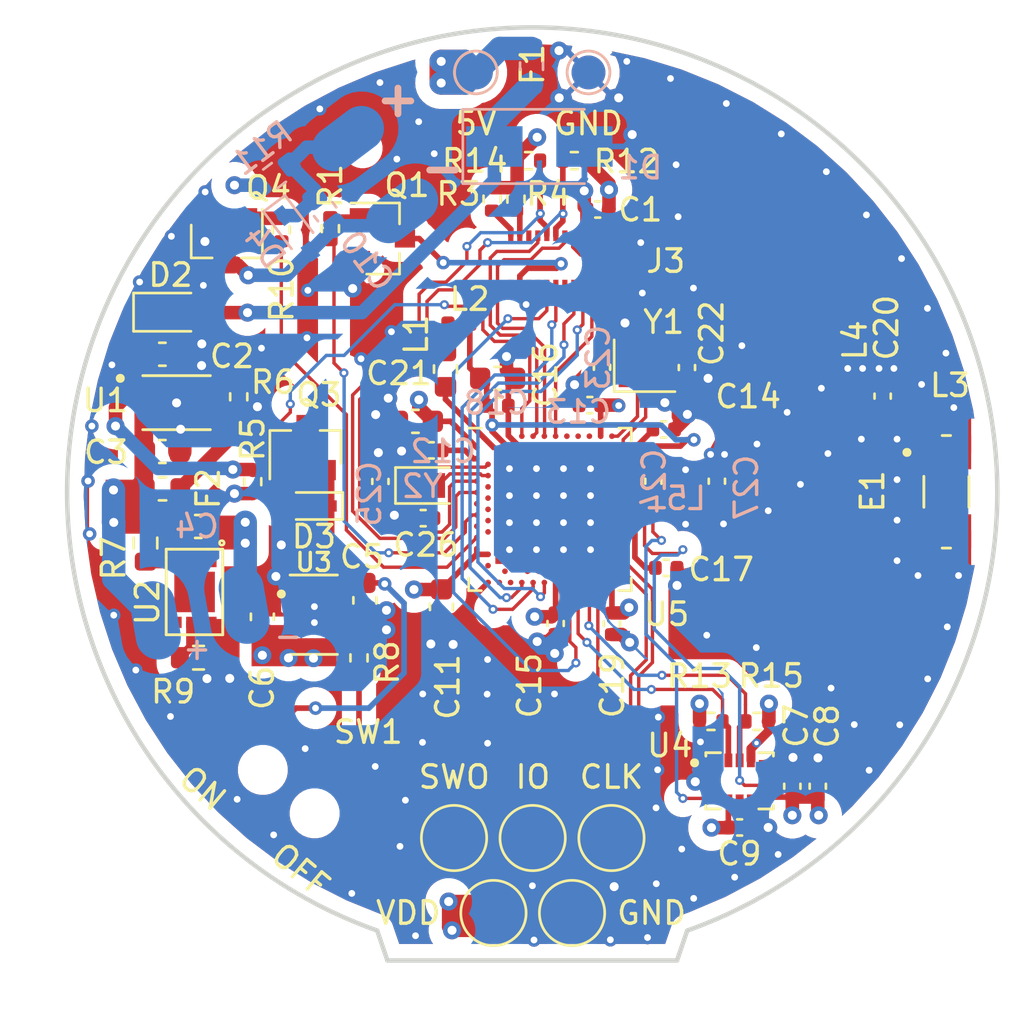
<source format=kicad_pcb>
(kicad_pcb (version 20221018) (generator pcbnew)
  (layers (0 "F.Cu" signal) (1 "In1.Cu" power) (2 "In2.Cu" power) (31 "B.Cu" signal) (34 "B.Paste" user) (35 "F.Paste" user) (36 "B.SilkS" user "B.Silkscreen") (37 "F.SilkS" user "F.Silkscreen") (38 "B.Mask" user) (39 "F.Mask" user) (44 "Edge.Cuts" user))
  (net 0 "")
  (net 1 "+BATT")
  (net 2 "-BATT")
  (net 3 "GND")
  (net 4 "VDD")
  (net 5 "CHARGER_IN")
  (net 6 "Net-(C4-Pad1)")
  (net 7 "BUCK_IN")
  (net 8 "Net-(C10-Pad1)")
  (net 9 "Net-(C10-Pad2)")
  (net 10 "/MCU/DEC1")
  (net 11 "/MCU/DEC3")
  (net 12 "/MCU/DEC4-6")
  (net 13 "/MCU/DEC5")
  (net 14 "Net-(C20-Pad2)")
  (net 15 "Net-(C22-Pad1)")
  (net 16 "Net-(C23-Pad1)")
  (net 17 "Net-(C24-Pad2)")
  (net 18 "Net-(C25-Pad2)")
  (net 19 "Net-(C26-Pad2)")
  (net 20 "Net-(D1-Pad1)")
  (net 21 "Net-(E1-Pad1)")
  (net 22 "+5V")
  (net 23 "Net-(F2-Pad1)")
  (net 24 "DISP_RST")
  (net 25 "Net-(J3-Pad7)")
  (net 26 "DISP_DCX")
  (net 27 "Net-(J3-Pad1)")
  (net 28 "DISP_CSX")
  (net 29 "DISP_CLK")
  (net 30 "DISP_MOSI")
  (net 31 "CTP_SDA")
  (net 32 "CTP_SCL")
  (net 33 "CTP_RST")
  (net 34 "Net-(J3-Pad22)")
  (net 35 "CTP_INT")
  (net 36 "Net-(J3-Pad23)")
  (net 37 "Net-(J3-Pad24)")
  (net 38 "SWDIO")
  (net 39 "SWDCLK")
  (net 40 "SWO")
  (net 41 "/MCU/DCC")
  (net 42 "Net-(L1-Pad2)")
  (net 43 "Net-(Q1-Pad1)")
  (net 44 "Net-(Q4-Pad1)")
  (net 45 "Net-(R6-Pad1)")
  (net 46 "Net-(R8-Pad1)")
  (net 47 "Net-(R8-Pad2)")
  (net 48 "Net-(R9-Pad1)")
  (net 49 "MOTOR_PWM")
  (net 50 "ACC_SDA")
  (net 51 "ACC_SCL")
  (net 52 "Net-(U1-Pad7)")
  (net 53 "CHARGER_STAT")
  (net 54 "Net-(U2-PadEP)")
  (net 55 "Net-(U2-PadP4)")
  (net 56 "Net-(U3-Pad1)")
  (net 57 "ACC_INT1")
  (net 58 "ACC_INT2")
  (net 59 "Net-(U5-PadAC21)")
  (net 60 "Net-(U5-PadAB2)")
  (net 61 "Net-(U5-PadR1)")
  (net 62 "Net-(U5-PadT2)")
  (net 63 "Net-(U5-PadP2)")
  (net 64 "Net-(U5-PadM2)")
  (net 65 "Net-(U5-PadK2)")
  (net 66 "Net-(U5-PadH2)")
  (net 67 "Net-(U5-PadAD4)")
  (net 68 "Net-(U5-PadAD6)")
  (net 69 "Net-(U5-PadAC19)")
  (net 70 "Net-(U5-PadAC17)")
  (net 71 "Net-(U5-PadAC15)")
  (net 72 "Net-(U5-PadAC13)")
  (net 73 "Net-(U5-PadAC11)")
  (net 74 "Net-(U5-PadAC9)")
  (net 75 "Net-(U5-PadAC5)")
  (net 76 "Net-(U5-PadB9)")
  (net 77 "Net-(U5-PadB11)")
  (net 78 "Net-(U5-PadB13)")
  (net 79 "Net-(U5-PadB15)")
  (net 80 "Net-(U5-PadB17)")
  (net 81 "Net-(U5-PadB19)")
  (net 82 "Net-(U5-PadA16)")
  (net 83 "Net-(U5-PadA18)")
  (net 84 "Net-(U5-PadA20)")
  (net 85 "Net-(U5-PadP23)")
  (net 86 "Net-(U5-PadT23)")
  (net 87 "Net-(U5-PadV23)")
  (net 88 "Net-(U5-PadY23)")
  (net 89 "Net-(U5-PadR24)")
  (net 90 "Net-(U5-PadU24)")
  (net 91 "Net-(U5-PadW24)")
  (net 92 "BKL")
  (net 93 "Net-(U5-PadL1)")
  (footprint "Capacitor_SMD:C_0402_1005Metric" (layer "F.Cu") (at 144.44 87.2 180)
    (fp_text reference "C1")
    (fp_text value "0.1u")
  )
  (footprint "Capacitor_SMD:C_0603_1608Metric" (layer "F.Cu") (at 129.55 105.295 90)
    (fp_text reference "C6")
    (fp_text value "22u")
  )
  (footprint "Capacitor_SMD:C_0603_1608Metric" (layer "F.Cu") (at 137.5 104.85 90)
    (fp_text reference "C11")
    (fp_text value "4.7u")
  )
  (footprint "Capacitor_SMD:C_0402_1005Metric" (layer "F.Cu") (at 147.37 96.97)
    (fp_text reference "C14")
    (fp_text value "100p")
  )
  (footprint "Capacitor_SMD:C_0402_1005Metric" (layer "F.Cu") (at 142.57 105.59 90)
    (fp_text reference "C15")
    (fp_text value "0.1u")
  )
  (footprint "Capacitor_SMD:C_0603_1608Metric" (layer "F.Cu") (at 139.995 94.7)
    (fp_text reference "C16")
    (fp_text value "1.0u")
  )
  (footprint "Capacitor_SMD:C_0402_1005Metric" (layer "F.Cu") (at 147.48 103.12)
    (fp_text reference "C17")
    (fp_text value "820p")
  )
  (footprint "Capacitor_SMD:C_0402_1005Metric" (layer "F.Cu") (at 145.07 105.6 90)
    (fp_text reference "C19")
    (fp_text value "0.1u")
  )
  (footprint "Capacitor_SMD:C_0402_1005Metric" (layer "F.Cu") (at 148.4 94.22 -90)
    (fp_text reference "C22")
    (fp_text value "12p")
  )
  (footprint "Capacitor_SMD:C_0402_1005Metric" (layer "F.Cu") (at 146.91 99.27 -90)
    (fp_text reference "C24")
    (fp_text value "0.8p")
  )
  (footprint "Inductor_SMD:L_0603_1608Metric" (layer "F.Cu") (at 137.68 94.29 90)
    (fp_text reference "L1")
    (fp_text value "10u")
  )
  (footprint "Inductor_SMD:L_0402_1005Metric" (layer "F.Cu") (at 138.275 92.27)
    (fp_text reference "L2")
    (fp_text value "15n")
  )
  (footprint "Inductor_SMD:L_0402_1005Metric" (layer "F.Cu") (at 158.635 96.1 180)
    (fp_text reference "L3")
    (fp_text value "1.5n")
  )
  (footprint "Resistor_SMD:R_0402_1005Metric" (layer "F.Cu") (at 132.57 88.05 -90)
    (fp_text reference "R1")
    (fp_text value "620R")
  )
  (footprint "Resistor_SMD:R_0402_1005Metric" (layer "F.Cu") (at 140.81 86.74 -90)
    (fp_text reference "R4")
    (fp_text value "36R")
  )
  (footprint "Resistor_SMD:R_0402_1005Metric" (layer "F.Cu") (at 129.12 99.29 -90)
    (fp_text reference "R5")
    (fp_text value "10k")
  )
  (footprint "Resistor_SMD:R_0402_1005Metric" (layer "F.Cu") (at 128.5 95.52 -90)
    (fp_text reference "R6")
    (fp_text value "10k")
  )
  (footprint "Resistor_SMD:R_0603_1608Metric" (layer "F.Cu") (at 124.36 102.015 -90)
    (fp_text reference "R7")
    (fp_text value "330R")
  )
  (footprint "Resistor_SMD:R_0402_1005Metric" (layer "F.Cu") (at 133.84 107.118 90)
    (fp_text reference "R8")
    (fp_text value "1M")
  )
  (footprint "Resistor_SMD:R_0402_1005Metric" (layer "F.Cu") (at 143.4 85.03 180)
    (fp_text reference "R12")
    (fp_text value "N.C.")
  )
  (footprint "Resistor_SMD:R_0402_1005Metric" (layer "F.Cu") (at 141.37 85.03)
    (fp_text reference "R14")
    (fp_text value "N.C.")
  )
  (footprint "smartwatch:U-DFN2030-6" (layer "F.Cu") (at 126.54 104.19 -90)
    (fp_text reference "U2")
    (fp_text value "AP9211SA-AN")
  )
  (footprint "Package_DFN_QFN:Nordic_AQFN-73-1EP_7x7mm_P0.5mm" (layer "F.Cu") (at 142.32 100.52)
    (fp_text reference "U5")
    (fp_text value "nRF52840")
  )
  (footprint "smartwatch:OK-24F024-04" (layer "F.Cu") (at 142.78 89.46)
    (fp_text reference "J3")
    (fp_text value "OK-24F024-04")
  )
  (footprint "smartwatch:MCP73832-2ACI" (layer "F.Cu") (at 125.74 95.78)
    (fp_text reference "U1")
    (fp_text value "MCP73832-2ACI")
  )
  (footprint "Capacitor_SMD:C_0402_1005Metric" (layer "F.Cu") (at 144.09 95.89)
    (fp_text reference "C13")
    (fp_text value "0.1u")
  )
  (footprint "Capacitor_SMD:C_0402_1005Metric" (layer "F.Cu") (at 139.99 95.92)
    (fp_text reference "C18")
    (fp_text value "47n")
  )
  (footprint "Crystal:Crystal_SMD_2016-4Pin_2.0x1.6mm" (layer "F.Cu") (at 146.52 94.14)
    (fp_text reference "Y1")
    (fp_text value "32MHz")
  )
  (footprint "Capacitor_SMD:C_0603_1608Metric" (layer "F.Cu") (at 125.11 93.63)
    (fp_text reference "C2")
    (fp_text value "4.7u")
  )
  (footprint "Package_TO_SOT_SMD:SOT-23" (layer "F.Cu") (at 134.88 88.49)
    (fp_text reference "Q1")
    (fp_text value "BC846B")
  )
  (footprint "Resistor_SMD:R_0603_1608Metric" (layer "F.Cu") (at 126.715 107.11)
    (fp_text reference "R9")
    (fp_text value "2.7k")
  )
  (footprint "Capacitor_SMD:C_0603_1608Metric" (layer "F.Cu") (at 126.705 101.28)
    (fp_text reference "C4")
    (fp_text value "0.1u")
  )
  (footprint "TestPoint:TestPoint_Pad_D2.5mm" (layer "F.Cu") (at 143.3 118.45)
    (fp_text reference "J8")
    (fp_text value "P70-2010045R")
  )
  (footprint "TestPoint:TestPoint_Pad_D2.5mm" (layer "F.Cu") (at 145.05 115.12)
    (fp_text reference "J5")
    (fp_text value "P70-2010045R")
  )
  (footprint "TestPoint:TestPoint_Pad_D2.5mm" (layer "F.Cu") (at 138.06 115.12)
    (fp_text reference "J6")
    (fp_text value "P70-2010045R")
  )
  (footprint "TestPoint:TestPoint_Pad_D2.5mm" (layer "F.Cu") (at 139.81 118.45)
    (fp_text reference "J7")
    (fp_text value "P70-2010045R")
  )
  (footprint "TestPoint:TestPoint_Pad_D2.5mm" (layer "F.Cu") (at 141.55 115.12)
    (fp_text reference "J4")
    (fp_text value "P70-2010045R")
  )
  (footprint "smartwatch:board2" (layer "F.Cu") (at 141.362 100.4317)
    (fp_text reference "REF**")
    (fp_text value "board2")
    (fp_line (start -6.260751 20.128811) (end -6.714814 18.798386) (stroke (width 0.2)) (layer "Edge.Cuts"))
    (fp_line (start 6.597955 20.128811) (end -6.260751 20.128811) (stroke (width 0.2)) (layer "Edge.Cuts"))
    (fp_line (start 7.052018 18.798386) (end 6.597955 20.128811) (stroke (width 0.2)) (layer "Edge.Cuts"))
    (fp_arc (start -6.714815 18.798386) (mid 0.168602 -21.321753) (end 7.052018 18.798386) (stroke (width 0.2)) (layer "Edge.Cuts"))
  )
  (footprint "smartwatch:XDCR_2450AT42E010BE" (layer "F.Cu") (at 159.92 99.74 90)
    (fp_text reference "E1")
    (fp_text value "2450AT42E010BE")
  )
  (footprint "Package_TO_SOT_SMD:SOT-23" (layer "F.Cu") (at 127.97 88.59 -90)
    (fp_text reference "Q4")
    (fp_text value "BC846B")
  )
  (footprint "Resistor_SMD:R_0402_1005Metric" (layer "F.Cu") (at 130.39 88.1 -90)
    (fp_text reference "R10")
    (fp_text value "220R")
  )
  (footprint "Capacitor_SMD:C_0402_1005Metric" (layer "F.Cu") (at 157.09 95.49 -90)
    (fp_text reference "C20")
    (fp_text value "2.0p")
  )
  (footprint "Inductor_SMD:L_0402_1005Metric" (layer "F.Cu") (at 156.02 95.485 -90)
    (fp_text reference "L4")
    (fp_text value "3.3n")
  )
  (footprint "Capacitor_SMD:C_0402_1005Metric" (layer "F.Cu") (at 136.69 100.91)
    (fp_text reference "C26")
    (fp_text value "12p")
  )
  (footprint "Crystal:Crystal_SMD_2012-2Pin_2.0x1.2mm" (layer "F.Cu") (at 136.66 99.46)
    (fp_text reference "Y2")
    (fp_text value "32.768kHz")
  )
  (footprint "Capacitor_SMD:C_0402_1005Metric" (layer "F.Cu") (at 137.05 97.9)
    (fp_text reference "C12")
    (fp_text value "0.1u")
  )
  (footprint "smartwatch:CUS-12B" (layer "F.Cu") (at 130.72 113.06 -40)
    (fp_text reference "SW1")
    (fp_text value "CUS-12TB")
  )
  (footprint "Capacitor_SMD:C_0402_1005Metric" (layer "F.Cu") (at 153.08 112.82 90)
    (fp_text reference "C7")
    (fp_text value "0.1u")
  )
  (footprint "Capacitor_SMD:C_0402_1005Metric" (layer "F.Cu") (at 154.21 112.82 90)
    (fp_text reference "C8")
    (fp_text value "2.2u")
  )
  (footprint "Capacitor_SMD:C_0402_1005Metric" (layer "F.Cu") (at 150.74 114.65)
    (fp_text reference "C9")
    (fp_text value "10n")
  )
  (footprint "Resistor_SMD:R_0402_1005Metric" (layer "F.Cu") (at 151.51 109.94 180)
    (fp_text reference "R15")
    (fp_text value "N.C.")
  )
  (footprint "smartwatch:PQFN50P300X250X97-14N" (layer "F.Cu") (at 150.74 112.58)
    (fp_text reference "U4")
    (fp_text value "ICM-42605")
  )
  (footprint "Resistor_SMD:R_0402_1005Metric" (layer "F.Cu") (at 149.47 109.94)
    (fp_text reference "R13")
    (fp_text value "N.C.")
  )
  (footprint "TestPoint:TestPoint_Pad_D1.5mm" (layer "F.Cu") (at 139.03 81.11)
    (fp_text reference "TP1" hide)
    (fp_text value "TestPoint")
  )
  (footprint "TestPoint:TestPoint_Pad_D1.5mm" (layer "F.Cu") (at 144.03 81.11)
    (fp_text reference "TP2" hide)
    (fp_text value "TestPoint")
  )
  (footprint "Resistor_SMD:R_0402_1005Metric" (layer "F.Cu") (at 139.75 86.74 -90)
    (fp_text reference "R3")
    (fp_text value "36R")
  )
  (footprint "Diode_SMD:D_SOD-323" (layer "F.Cu") (at 125.33 91.76)
    (fp_text reference "D2")
    (fp_text value "BAT60BE6327HTSA1")
  )
  (footprint "Package_TO_SOT_SMD:SOT-23" (layer "F.Cu") (at 131.462 97.776 90)
    (fp_text reference "Q3")
    (fp_text value "DMG2301L-7")
  )
  (footprint "Capacitor_SMD:C_0603_1608Metric" (layer "F.Cu") (at 125.11 97.95)
    (fp_text reference "C3")
    (fp_text value "4.7u")
  )
  (footprint "Fuse:Fuse_0603_1608Metric" (layer "F.Cu") (at 125.1175 99.61 180)
    (fp_text reference "F2")
    (fp_text value "375mA")
  )
  (footprint "Capacitor_SMD:C_0603_1608Metric" (layer "F.Cu") (at 134.1 104.563 -90)
    (fp_text reference "C5")
    (fp_text value "4.7u")
  )
  (footprint "Capacitor_SMD:C_0402_1005Metric" (layer "F.Cu") (at 134.79 99.28 -90)
    (fp_text reference "C25")
    (fp_text value "12p")
  )
  (footprint "smartwatch:VREG_XCL220B283FR-G" (layer "F.Cu") (at 131.83 105.2)
    (fp_text reference "U3")
    (fp_text value "XCL222B30")
  )
  (footprint "smartwatch:SOD-523F" (layer "F.Cu") (at 131.45 100.37 180)
    (fp_text reference "D3")
    (fp_text value "1N4448WT")
  )
  (footprint "Capacitor_SMD:C_0603_1608Metric" (layer "F.Cu") (at 136.345 96.61)
    (fp_text reference "C21")
    (fp_text value "1.0u")
  )
  (footprint "Capacitor_SMD:C_0402_1005Metric" (layer "F.Cu") (at 144.63 94.21 90)
    (fp_text reference "C23")
    (fp_text value "12p")
  )
  (footprint "Capacitor_SMD:C_0402_1005Metric" (layer "F.Cu") (at 149.73 99.27 -90)
    (fp_text reference "C27")
    (fp_text value "0.5p")
  )
  (footprint "Inductor_SMD:L_0402_1005Metric" (layer "F.Cu") (at 148.32 99.95 180)
    (fp_text reference "L5")
    (fp_text value "4.7n")
  )
  (footprint "Fiducial:Fiducial_0.5mm_Mask1mm" (layer "F.Cu") (at 138.07 110.76)
    (fp_text reference "REF**" hide)
    (fp_text value "Fiducial_0.5mm_Mask1mm")
  )
  (footprint "Fiducial:Fiducial_0.5mm_Mask1mm" (layer "F.Cu") (at 150.69 86.02)
    (fp_text reference "REF**" hide)
    (fp_text value "Fiducial_0.5mm_Mask1mm")
  )
  (footprint "Fiducial:Fiducial_0.5mm_Mask1mm" (layer "F.Cu") (at 134 84.48)
    (fp_text reference "REF**" hide)
    (fp_text value "Fiducial_0.5mm_Mask1mm")
  )
  (footprint "Diode_SMD:D_SMA" (layer "B.Cu") (at 141.85 84.4)
    (fp_text reference "D1")
    (fp_text value "SMAJ40CAe3")
  )
  (footprint "smartwatch:SOD-523F" (layer "B.Cu") (at 131.081815 88.268636 -53)
    (fp_text reference "D4")
    (fp_text value "1N4448WT")
  )
  (footprint "Fuse:Fuse_0603_1608Metric" (layer "B.Cu") (at 141.5 80.8325 90)
    (fp_text reference "F1")
    (fp_text value "375mA")
  )
  (footprint "TestPoint:TestPoint_Pad_D1.5mm" (layer "B.Cu") (at 144.03 81.11)
    (fp_text reference "J2" hide)
    (fp_text value "P70-2010045R")
  )
  (footprint "TestPoint:TestPoint_Pad_D1.5mm" (layer "B.Cu") (at 139.03 81.11)
    (fp_text reference "J1" hide)
    (fp_text value "P70-2010045R")
  )
  (footprint "smartwatch:Battery_Pads" (layer "B.Cu") (at 134.55363 85.647271 127)
    (fp_text reference "M1" hide)
    (fp_text value "Vibration motor")
  )
  (footprint "Resistor_SMD:R_0603_1608Metric" (layer "B.Cu") (at 130.091126 85.696497 37)
    (fp_text reference "R11")
    (fp_text value "36R")
  )
  (footprint "Capacitor_SMD:C_0603_1608Metric" (layer "B.Cu") (at 132.34 87.3 -53)
    (fp_text reference "C10")
    (fp_text value "0.1u")
  )
  (footprint "smartwatch:Battery_Pads" (layer "B.Cu") (at 126.769616 105.102704 10)
    (fp_text reference "BT1")
    (fp_text value "PD3032")
  )
  (gr_text "-" (at 137.55 85.34) (layer "B.SilkS") (effects (font (size 1.5 1.5) (thickness 0.3))))
  (gr_text "+" (at 135.57 82.27) (layer "B.SilkS") (effects (font (size 1.5 1.5) (thickness 0.3))))
  (gr_text "IO" (at 141.56 112.41) (layer "F.SilkS") (effects (font (size 1 1))))
  (gr_text "CLK" (at 145.05 112.41) (layer "F.SilkS") (effects (font (size 1 1))))
  (gr_text "GND" (at 146.83 118.45) (layer "F.SilkS") (effects (font (size 1 1))))
  (gr_text "VDD" (at 136.03 118.45) (layer "F.SilkS") (effects (font (size 1 1))))
  (gr_text "OFF" (at 131.25 116.55 320) (layer "F.SilkS") (effects (font (size 1 1))))
  (gr_text "GND" (at 144.03 83.38) (layer "F.SilkS") (effects (font (size 1 1))))
  (gr_text "5V" (at 139.03 83.38) (layer "F.SilkS") (effects (font (size 1 1))))
  (gr_text "ON" (at 126.9 112.92 320) (layer "F.SilkS") (effects (font (size 1 1))))
  (gr_text "SWO" (at 138.07 112.41) (layer "F.SilkS") (effects (font (size 1 1))))
  (via (at 122.95 101.1) (size 0.8) (drill 0.4) (layers "F.Cu" "B.Cu") (net 1))
  (via (at 122.94 99.66) (size 0.8) (drill 0.4) (layers "F.Cu" "B.Cu") (net 1))
  (segment (start 122.95 99.67) (end 122.94 99.66) (width 0.6) (layer "B.Cu") (net 1))
  (segment (start 122.94 99.66) (end 122.94 101.09) (width 1.03829) (layer "B.Cu") (net 1))
  (segment (start 122.95 101.1) (end 122.95 103.6) (width 1.03829) (layer "B.Cu") (net 1))
  (segment (start 122.95 103.6) (end 124.8 105.45) (width 1.03829) (layer "B.Cu") (net 1))
  (segment (start 122.94 101.09) (end 122.95 101.1) (width 1.03829) (layer "B.Cu") (net 1))
  (segment (start 128.74 102.07) (end 128.79 102.02) (width 0.6) (layer "F.Cu") (net 2))
  (via (at 128.79 101.092) (size 0.8) (drill 0.4) (layers "F.Cu" "B.Cu") (net 2))
  (via (at 128.79 102.02) (size 0.8) (drill 0.4) (layers "F.Cu" "B.Cu") (net 2))
  (segment (start 128.79 101.092) (end 128.79 102.02) (width 1.03829) (layer "B.Cu") (net 2))
  (segment (start 128.79 104.70464) (end 128.739232 104.755408) (width 1.03829) (layer "B.Cu") (net 2))
  (segment (start 128.79 102.02) (end 128.79 104.70464) (width 1.03829) (layer "B.Cu") (net 2))
  (segment (start 143.96 87.2) (end 143.96 88.3) (width 0.6) (layer "F.Cu") (net 3))
  (segment (start 135.14 95.58) (end 135.14 96.18) (width 0.6) (layer "F.Cu") (net 3))
  (segment (start 134.58 96.31) (end 135.27 96.31) (width 0.6) (layer "F.Cu") (net 3))
  (segment (start 152.01 114.65) (end 151.22 114.65) (width 0.6) (layer "F.Cu") (net 3))
  (segment (start 151.9 112.33) (end 153.07 112.33) (width 0.25) (layer "F.Cu") (net 3))
  (segment (start 153.07 112.33) (end 153.08 112.34) (width 0.25) (layer "F.Cu") (net 3))
  (segment (start 154.22 112.33) (end 154.21 112.34) (width 0.6) (layer "F.Cu") (net 3))
  (segment (start 153.08 112.34) (end 154.21 112.34) (width 0.6) (layer "F.Cu") (net 3))
  (segment (start 150.74 113.49) (end 151.24 113.49) (width 0.25) (layer "F.Cu") (net 3))
  (segment (start 149.58 111.83) (end 149.58 112.827999) (width 0.4) (layer "F.Cu") (net 3))
  (segment (start 154.22 111.56) (end 154.22 112.33) (width 0.6) (layer "F.Cu") (net 3))
  (segment (start 151.24 114.63) (end 151.22 114.65) (width 0.25) (layer "F.Cu") (net 3))
  (segment (start 151.9 111.83) (end 151.9 112.327999) (width 0.4) (layer "F.Cu") (net 3))
  (segment (start 151.24 113.49) (end 151.24 114.63) (width 0.25) (layer "F.Cu") (net 3))
  (segment (start 144.63 93.73) (end 144.63 93.01) (width 0.25) (layer "F.Cu") (net 3))
  (segment (start 125.885 97.95) (end 125.885 95.925) (width 1.03829) (layer "F.Cu") (net 3))
  (segment (start 149.34 94.7) (end 148.4 94.7) (width 0.4) (layer "F.Cu") (net 3))
  (segment (start 160.72 101.49) (end 160.72 103.23) (width 0.6) (layer "F.Cu") (net 3))
  (segment (start 125.885 93.63) (end 125.885 95.635) (width 1.03829) (layer "F.Cu") (net 3))
  (segment (start 137.5 105.625) (end 137.715 105.625) (width 0.25) (layer "F.Cu") (net 3))
  (segment (start 145.07 99.02) (end 145.194999 99.144999) (width 0.15) (layer "F.Cu") (net 3))
  (segment (start 131.137724 105.2) (end 132.7675 105.2) (width 0.4) (layer "F.Cu") (net 3))
  (segment (start 148.42 96.4) (end 147.85 96.97) (width 0.6) (layer "F.Cu") (net 3))
  (segment (start 142.25 106.39) (end 142.57 106.07) (width 0.6) (layer "F.Cu") (net 3))
  (segment (start 137.715 105.625) (end 139.57 103.77) (width 0.25) (layer "F.Cu") (net 3))
  (segment (start 144.63 93.01) (end 145.17 92.47) (width 0.25) (layer "F.Cu") (net 3))
  (segment (start 146.555001 99.144999) (end 146.91 98.79) (width 0.15) (layer "F.Cu") (net 3))
  (segment (start 125.74 95.78) (end 125.99 96.03) (width 0.25) (layer "F.Cu") (net 3))
  (segment (start 128.31 99.82) (end 129.1 99.82) (width 0.6) (layer "F.Cu") (net 3))
  (segment (start 142.57 106.88) (end 142.53 106.92) (width 0.6) (layer "F.Cu") (net 3))
  (segment (start 143.84 87.08) (end 143.96 87.2) (width 0.6) (layer "F.Cu") (net 3))
  (segment (start 126.345 93.17) (end 125.885 93.63) (width 0.6) (layer "F.Cu") (net 3))
  (segment (start 137.03 106.5) (end 137.17 106.5) (width 0.6) (layer "F.Cu") (net 3))
  (segment (start 127.14 105.54) (end 127.14 106.71) (width 0.4) (layer "F.Cu") (net 3))
  (segment (start 125.885 95.925) (end 125.74 95.78) (width 1.03829) (layer "F.Cu") (net 3))
  (segment (start 143.41 95.69) (end 143.61 95.89) (width 0.6) (layer "F.Cu") (net 3))
  (segment (start 148.39 94.69) (end 148.4 94.7) (width 0.25) (layer "F.Cu") (net 3))
  (segment (start 136.08 100.78) (end 136.21 100.91) (width 0.6) (layer "F.Cu") (net 3))
  (segment (start 131.83 105.2) (end 131.137724 105.2) (width 0.4) (layer "F.Cu") (net 3))
  (segment (start 140.47 95) (end 140.77 94.7) (width 0.25) (layer "F.Cu") (net 3))
  (segment (start 140.82 97.77) (end 140.82 99.02) (width 0.25) (layer "F.Cu") (net 3))
  (segment (start 147.22 94.69) (end 148.39 94.69) (width 0.25) (layer "F.Cu") (net 3))
  (segment (start 128.5 96.03) (end 129.26 96.03) (width 0.6) (layer "F.Cu") (net 3))
  (segment (start 148.42 96.3) (end 148.42 96.4) (width 0.6) (layer "F.Cu") (net 3))
  (segment (start 136.54 97.93) (end 136.57 97.9) (width 0.6) (layer "F.Cu") (net 3))
  (segment (start 145.42 92.47) (end 145.65 92.24) (width 0.25) (layer "F.Cu") (net 3))
  (segment (start 137.85 106.52) (end 137.5 106.17) (width 0.6) (layer "F.Cu") (net 3))
  (segment (start 143.96 87.2) (end 143.96 87.2) (width 0.6) (layer "F.Cu") (net 3))
  (segment (start 140.39 93.73) (end 140.39 94.32) (width 0.6) (layer "F.Cu") (net 3))
  (segment (start 140.82 97.77) (end 140.82 97.593224) (width 0.25) (layer "F.Cu") (net 3))
  (segment (start 142.57 106.07) (end 142.57 106.88) (width 0.6) (layer "F.Cu") (net 3))
  (segment (start 143.41 94.98) (end 143.41 95.69) (width 0.6) (layer "F.Cu") (net 3))
  (segment (start 127.14 106.71) (end 127.54 107.11) (width 0.4) (layer "F.Cu") (net 3))
  (segment (start 143.82 99.02) (end 142.32 100.52) (width 0.25) (layer "F.Cu") (net 3))
  (segment (start 129.33 95.73) (end 129.62 95.44) (width 0.6) (layer "F.Cu") (net 3))
  (segment (start 145.17 92.47) (end 145.42 92.47) (width 0.25) (layer "F.Cu") (net 3))
  (segment (start 148.77 112.62) (end 149.472001 112.62) (width 0.6) (layer "F.Cu") (net 3))
  (segment (start 137.17 106.5) (end 137.5 106.17) (width 0.6) (layer "F.Cu") (net 3))
  (segment (start 129.26 96.03) (end 129.33 95.96) (width 0.6) (layer "F.Cu") (net 3))
  (segment (start 147.42 95.78) (end 147.42 94.89) (width 0.4) (layer "F.Cu") (net 3))
  (segment (start 134.7 98) (end 134.7 98.71) (width 0.6) (layer "F.Cu") (net 3))
  (segment (start 135.73 97.93) (end 136.54 97.93) (width 0.6) (layer "F.Cu") (net 3))
  (segment (start 128.5 96.03) (end 127.175 96.03) (width 0.25) (layer "F.Cu") (net 3))
  (segment (start 125.885 95.635) (end 125.74 95.78) (width 1.03829) (layer "F.Cu") (net 3))
  (segment (start 137.5 106.17) (end 137.5 105.625) (width 0.6) (layer "F.Cu") (net 3))
  (segment (start 160.72 97.99) (end 160.72 96.37) (width 0.6) (layer "F.Cu") (net 3))
  (segment (start 145.07 106.08) (end 145.51 106.08) (width 0.6) (layer "F.Cu") (net 3))
  (segment (start 141.38 90.555) (end 141.38 91.3) (width 0.25) (layer "F.Cu") (net 3))
  (segment (start 143.84 86.37) (end 143.84 87.08) (width 0.6) (layer "F.Cu") (net 3))
  (segment (start 145.07 99.02) (end 143.82 99.02) (width 0.25) (layer "F.Cu") (net 3))
  (segment (start 134.7 98.71) (end 134.79 98.8) (width 0.6) (layer "F.Cu") (net 3))
  (segment (start 140.82 97.593224) (end 140.47 97.243224) (width 0.25) (layer "F.Cu") (net 3))
  (segment (start 129.33 95.96) (end 129.33 95.73) (width 0.6) (layer "F.Cu") (net 3))
  (segment (start 149.58 111.83) (end 149.58 112.33) (width 0.6) (layer "F.Cu") (net 3))
  (segment (start 140.39 94.32) (end 140.77 94.7) (width 0.6) (layer "F.Cu") (net 3))
  (segment (start 144.63 93.73) (end 145.68 93.73) (width 0.25) (layer "F.Cu") (net 3))
  (segment (start 149.58 112.33) (end 149.58 112.727999) (width 0.6) (layer "F.Cu") (net 3))
  (segment (start 140.47 95.92) (end 140.47 95) (width 0.25) (layer "F.Cu") (net 3))
  (segment (start 147.42 94.89) (end 147.22 94.69) (width 0.4) (layer "F.Cu") (net 3))
  (segment (start 145.194999 99.144999) (end 146.555001 99.144999) (width 0.15) (layer "F.Cu") (net 3))
  (segment (start 138.02 106.52) (end 137.85 106.52) (width 0.6) (layer "F.Cu") (net 3))
  (segment (start 127.02 87.59) (end 126.17 87.59) (width 0.6) (layer "F.Cu") (net 3))
  (segment (start 147.96 103.12) (end 147.96 103.9) (width 0.6) (layer "F.Cu") (net 3))
  (segment (start 129.1 99.82) (end 129.12 99.8) (width 0.6) (layer "F.Cu") (net 3))
  (segment (start 125.99 96.03) (end 127.175 96.03) (width 0.25) (layer "F.Cu") (net 3))
  (segment (start 126.86 93.17) (end 126.345 93.17) (width 0.6) (layer "F.Cu") (net 3))
  (segment (start 126.85 94.13) (end 126.385 94.13) (width 0.6) (layer "F.Cu") (net 3))
  (segment (start 140.47 97.243224) (end 140.47 95.92) (width 0.25) (layer "F.Cu") (net 3))
  (segment (start 145.68 93.73) (end 145.82 93.59) (width 0.25) (layer "F.Cu") (net 3))
  (segment (start 141.78 90.555) (end 141.38 90.555) (width 0.25) (layer "F.Cu") (net 3))
  (segment (start 149.472001 112.62) (end 149.58 112.727999) (width 0.6) (layer "F.Cu") (net 3))
  (segment (start 145.51 106.08) (end 145.86 106.43) (width 0.6) (layer "F.Cu") (net 3))
  (segment (start 126.385 94.13) (end 125.885 93.63) (width 0.6) (layer "F.Cu") (net 3))
  (segment (start 135.41 100.78) (end 136.08 100.78) (width 0.6) (layer "F.Cu") (net 3))
  (segment (start 140.82 99.02) (end 142.32 100.52) (width 0.25) (layer "F.Cu") (net 3))
  (segment (start 141.38 91.3) (end 141.26 91.42) (width 0.25) (layer "F.Cu") (net 3))
  (segment (start 141.75 106.39) (end 142.25 106.39) (width 0.6) (layer "F.Cu") (net 3))
  (via (at 126.85 94.13) (size 0.8) (drill 0.4) (layers "F.Cu" "B.Cu") (net 3))
  (via (at 126.86 93.17) (size 0.8) (drill 0.4) (layers "F.Cu" "B.Cu") (net 3))
  (via (at 125.92 96.96) (size 0.8) (drill 0.4) (layers "F.Cu" "B.Cu") (net 3))
  (via (at 141.72 98.71) (size 0.6) (drill 0.3) (layers "F.Cu" "B.Cu") (net 3))
  (via (at 142.92 98.71) (size 0.6) (drill 0.3) (layers "F.Cu" "B.Cu") (net 3))
  (via (at 144.12 98.71) (size 0.6) (drill 0.3) (layers "F.Cu" "B.Cu") (net 3))
  (via (at 141.72 99.91) (size 0.6) (drill 0.3) (layers "F.Cu" "B.Cu") (net 3))
  (via (at 142.92 99.91) (size 0.6) (drill 0.3) (layers "F.Cu" "B.Cu") (net 3))
  (via (at 140.52 99.91) (size 0.6) (drill 0.3) (layers "F.Cu" "B.Cu") (net 3))
  (via (at 144.12 99.91) (size 0.6) (drill 0.3) (layers "F.Cu" "B.Cu") (net 3))
  (via (at 141.72 101.11) (size 0.6) (drill 0.3) (layers "F.Cu" "B.Cu") (net 3))
  (via (at 142.92 101.11) (size 0.6) (drill 0.3) (layers "F.Cu" "B.Cu") (net 3))
  (via (at 140.52 101.11) (size 0.6) (drill 0.3) (layers "F.Cu" "B.Cu") (net 3))
  (via (at 144.12 101.11) (size 0.6) (drill 0.3) (layers "F.Cu" "B.Cu") (net 3))
  (via (at 141.72 102.31) (size 0.6) (drill 0.3) (layers "F.Cu" "B.Cu") (net 3))
  (via (at 144.12 102.31) (size 0.6) (drill 0.3) (layers "F.Cu" "B.Cu") (net 3))
  (via (at 142.92 102.31) (size 0.6) (drill 0.3) (layers "F.Cu" "B.Cu") (net 3))
  (via (at 140.52 102.31) (size 0.6) (drill 0.3) (layers "F.Cu" "B.Cu") (net 3))
  (via (at 157.73 99.2) (size 0.6) (drill 0.3) (layers "F.Cu" "B.Cu") (net 3))
  (via (at 157.73 101) (size 0.6) (drill 0.3) (layers "F.Cu" "B.Cu") (net 3))
  (via (at 157.73 102.8) (size 0.6) (drill 0.3) (layers "F.Cu" "B.Cu") (net 3))
  (via (at 158.66 103.46) (size 0.6) (drill 0.3) (layers "F.Cu" "B.Cu") (net 3))
  (via (at 160.46 103.46) (size 0.6) (drill 0.3) (layers "F.Cu" "B.Cu") (net 3))
  (via (at 154.37 95.14) (size 0.6) (drill 0.3) (layers "F.Cu" "B.Cu") (net 3))
  (via (at 148.34 101.18) (size 0.6) (drill 0.3) (layers "F.Cu" "B.Cu") (net 3))
  (via (at 160.25 96) (size 0.6) (drill 0.3) (layers "F.Cu" "B.Cu") (net 3))
  (via (at 158.82 94.97) (size 0.6) (drill 0.3) (layers "F.Cu" "B.Cu") (net 3))
  (via (at 149.34 94.7) (size 0.8) (drill 0.4) (layers "F.Cu" "B.Cu") (net 3))
  (via (at 147.42 95.78) (size 0.8) (drill 0.4) (layers "F.Cu" "B.Cu") (net 3))
  (via (at 138.02 106.52) (size 0.8) (drill 0.4) (layers "F.Cu" "B.Cu") (net 3))
  (via (at 137.03 106.5) (size 0.8) (drill 0.4) (layers "F.Cu" "B.Cu") (net 3))
  (via (at 141.75 106.39) (size 0.8) (drill 0.4) (layers "F.Cu" "B.Cu") (net 3))
  (via (at 145.86 106.43) (size 0.8) (drill 0.4) (layers "F.Cu" "B.Cu") (net 3))
  (via (at 147.96 103.9) (size 0.8) (drill 0.4) (layers "F.Cu" "B.Cu") (net 3))
  (via (at 135.06 105.87) (size 0.8) (drill 0.4) (layers "F.Cu" "B.Cu") (net 3))
  (via (at 135.06 105) (size 0.8) (drill 0.4) (layers "F.Cu" "B.Cu") (net 3))
  (via (at 130.15 103.5) (size 0.8) (drill 0.4) (layers "F.Cu" "B.Cu") (net 3))
  (via (at 130.39 102.1) (size 0.8) (drill 0.4) (layers "F.Cu" "B.Cu") (net 3))
  (via (at 127.09 108.04) (size 0.8) (drill 0.4) (layers "F.Cu" "B.Cu") (net 3))
  (via (at 128.31 99.82) (size 0.8) (drill 0.4) (layers "F.Cu" "B.Cu") (net 3))
  (via (at 125.74 95.79) (size 0.8) (drill 0.4) (layers "F.Cu" "B.Cu") (net 3))
  (via (at 131.86 105.55) (size 0.6) (drill 0.3) (layers "F.Cu" "B.Cu") (net 3))
  (via (at 134.7 98) (size 0.8) (drill 0.4) (layers "F.Cu" "B.Cu") (net 3))
  (via (at 135.14 95.58) (size 0.8) (drill 0.4) (layers "F.Cu" "B.Cu") (net 3))
  (via (at 135.41 100.78) (size 0.8) (drill 0.4) (layers "F.Cu" "B.Cu") (net 3))
  (via (at 135.73 97.93) (size 0.8) (drill 0.4) (layers "F.Cu" "B.Cu") (net 3))
  (via (at 134.58 96.31) (size 0.8) (drill 0.4) (layers "F.Cu" "B.Cu") (net 3))
  (via (at 142.53 106.92) (size 0.8) (drill 0.4) (layers "F.Cu" "B.Cu") (net 3))
  (via (at 142.73 82.24) (size 0.8) (drill 0.4) (layers "F.Cu" "B.Cu") (net 3))
  (via (at 145.37 82.24) (size 0.8) (drill 0.4) (layers "F.Cu" "B.Cu") (net 3))
  (via (at 145.97 83.87) (size 0.8) (drill 0.4) (layers "F.Cu" "B.Cu") (net 3))
  (via (at 128.1 108.03) (size 0.8) (drill 0.4) (layers "F.Cu" "B.Cu") (net 3))
  (via (at 134.56 111.94) (size 0.6) (drill 0.3) (layers "F.Cu" "B.Cu") (net 3))
  (via (at 154.22 111.56) (size 0.8) (drill 0.4) (layers "F.Cu" "B.Cu") (net 3))
  (via (at 152.01 114.65) (size 0.8) (drill 0.4) (layers "F.Cu" "B.Cu") (net 3))
  (via (at 148.77 112.62) (size 0.8) (drill 0.4) (layers "F.Cu" "B.Cu") (net 3))
  (via (at 142.72 80.14) (size 0.8) (drill 0.4) (layers "F.Cu" "B.Cu") (net 3))
  (via (at 127.01 86.42) (size 0.6) (drill 0.3) (layers "F.Cu" "B.Cu") (net 3))
  (via (at 126.93 90.57) (size 0.6) (drill 0.3) (layers "F.Cu" "B.Cu") (net 3))
  (via (at 129.33 95.96) (size 0.8) (drill 0.4) (layers "F.Cu" "B.Cu") (net 3))
  (via (at 136.35 119.46) (size 0.6) (drill 0.3) (layers "F.Cu" "B.Cu") (net 3))
  (via (at 154.8 108.46) (size 0.6) (drill 0.3) (layers "F.Cu" "B.Cu") (net 3))
  (via (at 147.67 81.38) (size 0.6) (drill 0.3) (layers "F.Cu" "B.Cu") (net 3))
  (via (at 121.81 99.26) (size 0.6) (drill 0.3) (layers "F.Cu" "B.Cu") (net 3))
  (via (at 121.88 101.61) (size 0.6) (drill 0.3) (layers "F.Cu" "B.Cu") (net 3))
  (via (at 153.11 111.54) (size 0.8) (drill 0.4) (layers "F.Cu" "B.Cu") (net 3))
  (via (at 151.48 106.66) (size 0.6) (drill 0.3) (layers "F.Cu" "B.Cu") (net 3))
  (via (at 149.28 106.11) (size 0.6) (drill 0.3) (layers "F.Cu" "B.Cu") (net 3))
  (via (at 147.92 85.21) (size 0.6) (drill 0.3) (layers "F.Cu" "B.Cu") (net 3))
  (via (at 148.01 87.52) (size 0.6) (drill 0.3) (layers "F.Cu" "B.Cu") (net 3))
  (via (at 148.69 90.69) (size 0.6) (drill 0.3) (layers "F.Cu" "B.Cu") (net 3))
  (via (at 150.84 93.25) (size 0.6) (drill 0.3) (layers "F.Cu" "B.Cu") (net 3))
  (via (at 146.42 90.91) (size 0.6) (drill 0.3) (layers "F.Cu" "B.Cu") (net 3))
  (via (at 146.35 88.67) (size 0.6) (drill 0.3) (layers "F.Cu" "B.Cu") (net 3))
  (via (at 149.45 98.08) (size 0.6) (drill 0.3) (layers "F.Cu" "B.Cu") (net 3))
  (via (at 150.07 98.08) (size 0.6) (drill 0.3) (layers "F.Cu" "B.Cu") (net 3))
  (via (at 156.37 87.44) (size 0.6) (drill 0.3) (layers "F.Cu" "B.Cu") (net 3))
  (via (at 153.44 99.41) (size 0.6) (drill 0.3) (layers "F.Cu" "B.Cu") (net 3))
  (via (at 139.55 107.19) (size 0.6) (drill 0.3) (layers "F.Cu" "B.Cu") (net 3))
  (via (at 157.59 94.26) (size 0.6) (drill 0.3) (layers "F.Cu" "B.Cu") (net 3))
  (via (at 124.1 90.42) (size 0.6) (drill 0.3) (layers "F.Cu" "B.Cu") (net 3))
  (via (at 152.59 83.84) (size 0.6) (drill 0.3) (layers "F.Cu" "B.Cu") (net 3))
  (via (at 159.9 93.58) (size 0.6) (drill 0.3) (layers "F.Cu" "B.Cu") (net 3))
  (via (at 127 88.62) (size 0.8) (drill 0.4) (layers "F.Cu" "B.Cu") (net 3))
  (via (at 152.45 115.85) (size 0.6) (drill 0.3) (layers "F.Cu" "B.Cu") (net 3))
  (via (at 150.15 82.49) (size 0.6) (drill 0.3) (layers "F.Cu" "B.Cu") (net 3))
  (via (at 147.1 112.09) (size 0.6) (drill 0.3) (layers "F.Cu" "B.Cu") (net 3))
  (via (at 129.51 93.36) (size 0.6) (drill 0.3) (layers "F.Cu" "B.Cu") (net 3))
  (via (at 142.52 108.72) (size 0.6) (drill 0.3) (layers "F.Cu" "B.Cu") (net 3))
  (via (at 140.52 98.71) (size 0.6) (drill 0.3) (layers "F.Cu" "B.Cu") (net 3))
  (via (at 154.59 85.52) (size 0.6) (drill 0.3) (layers "F.Cu" "B.Cu") (net 3))
  (via (at 148.34 98.76) (size 0.6) (drill 0.3) (layers "F.Cu" "B.Cu") (net 3))
  (via (at 159.08 91.59) (size 0.6) (drill 0.3) (layers "F.Cu" "B.Cu") (net 3))
  (via (at 141.26 91.42) (size 0.6) (drill 0.3) (layers "F.Cu" "B.Cu") (net 3))
  (via (at 155.54 94.26) (size 0.6) (drill 0.3) (layers "F.Cu" "B.Cu") (net 3))
  (via (at 140.39 93.73) (size 0.8) (drill 0.4) (layers "F.Cu" "B.Cu") (net 3))
  (via (at 150.024134 101.16548) (size 0.6) (drill 0.3) (layers "F.Cu" "B.Cu") (net 3))
  (via (at 147.04 117.15) (size 0.6) (drill 0.3) (layers "F.Cu" "B.Cu") (net 3))
  (via (at 154.66 98.04) (size 0.6) (drill 0.3) (layers "F.Cu" "B.Cu") (net 3))
  (via (at 137.18 84.72) (size 0.6) (drill 0.3) (layers "F.Cu" "B.Cu") (net 3))
  (via (at 148.42 96.3) (size 0.8) (drill 0.4) (layers "F.Cu" "B.Cu") (net 3))
  (via (at 145.73 80.62) (size 0.6) (drill 0.3) (layers "F.Cu" "B.Cu") (net 3))
  (via (at 125.51 88.39) (size 0.6) (drill 0.3) (layers "F.Cu" "B.Cu") (net 3))
  (via (at 152.01 100.58) (size 0.6) (drill 0.3) (layers "F.Cu" "B.Cu") (net 3))
  (via (at 149 110.85) (size 0.6) (drill 0.3) (layers "F.Cu" "B.Cu") (net 3))
  (via (at 135.9 113.44) (size 0.6) (drill 0.3) (layers "F.Cu" "B.Cu") (net 3))
  (via (at 136.66 110.87) (size 0.6) (drill 0.3) (layers "F.Cu" "B.Cu") (net 3))
  (via (at 131.45 111.15) (size 0.6) (drill 0.3) (layers "F.Cu" "B.Cu") (net 3))
  (via (at 148.17 115.61) (size 0.6) (drill 0.3) (layers "F.Cu" "B.Cu") (net 3))
  (via (at 156.93 94.26) (size 0.6) (drill 0.3) (layers "F.Cu" "B.Cu") (net 3))
  (via (at 132.1 82.73) (size 0.6) (drill 0.3) (layers "F.Cu" "B.Cu") (net 3))
  (via (at 147.03 113.78) (size 0.6) (drill 0.3) (layers "F.Cu" "B.Cu") (net 3))
  (via (at 156.49 112.11) (size 0.6) (drill 0.3) (layers "F.Cu" "B.Cu") (net 3))
  (via (at 139.53 108.73) (size 0.6) (drill 0.3) (layers "F.Cu" "B.Cu") (net 3))
  (via (at 145.17 117.28) (size 0.8) (drill 0.4) (layers "F.Cu" "B.Cu") (net 3))
  (via (at 141.54 117.24) (size 0.6) (drill 0.3) (layers "F.Cu" "B.Cu") (net 3))
  (via (at 123.93 107.66) (size 0.6) (drill 0.3) (layers "F.Cu" "B.Cu") (net 3))
  (via (at 151.51 97.62) (size 0.6) (drill 0.3) (layers "F.Cu" "B.Cu") (net 3))
  (via (at 134.77 81.56) (size 0.6) (drill 0.3) (layers "F.Cu" "B.Cu") (net 3))
  (via (at 133.56 90.71) (size 0.8) (drill 0.4) (layers "F.Cu" "B.Cu") (net 3))
  (via (at 157.85 110.09) (size 0.6) (drill 0.3) (layers "F.Cu" "B.Cu") (net 3))
  (via (at 128.43 113.4) (size 0.6) (drill 0.3) (layers "F.Cu" "B.Cu") (net 3))
  (via (at 125.47 109.72) (size 0.6) (drill 0.3) (layers "F.Cu" "B.Cu") (net 3))
  (via (at 131.53 92.9) (size 0.6) (drill 0.3) (layers "F.Cu" "B.Cu") (net 3))
  (via (at 121.98 96.82) (size 0.6) (drill 0.3) (layers "F.Cu" "B.Cu") (net 3))
  (via (at 159.96 105.74) (size 0.6) (drill 0.3) (layers "F.Cu" "B.Cu") (net 3))
  (via (at 136.49 83.3) (size 0.6) (drill 0.3) (layers "F.Cu" "B.Cu") (net 3))
  (via (at 145 119.64) (size 0.6) (drill 0.3) (layers "F.Cu" "B.Cu") (net 3))
  (via (at 133.93 93.83) (size 0.6) (drill 0.3) (layers "F.Cu" "B.Cu") (net 3))
  (via (at 155.83 110.08) (size 0.6) (drill 0.3) (layers "F.Cu" "B.Cu") (net 3))
  (via (at 131.57 90.79) (size 0.6) (drill 0.3) (layers "F.Cu" "B.Cu") (net 3))
  (via (at 143.41 94.98) (size 0.8) (drill 0.4) (layers "F.Cu" "B.Cu") (net 3))
  (via (at 143.84 86.37) (size 0.8) (drill 0.4) (layers "F.Cu" "B.Cu") (net 3))
  (via (at 148.7 117.8) (size 0.6) (drill 0.3) (layers "F.Cu" "B.Cu") (net 3))
  (via (at 157.73 97.4) (size 0.6) (drill 0.3) (layers "F.Cu" "B.Cu") (net 3))
  (via (at 156.2 94.26) (size 0.6) (drill 0.3) (layers "F.Cu" "B.Cu") (net 3))
  (via (at 135.28 92.63) (size 0.6) (drill 0.3) (layers "F.Cu" "B.Cu") (net 3))
  (via (at 135.66 115.49) (size 0.6) (drill 0.3) (layers "F.Cu" "B.Cu") (net 3))
  (via (at 152.85 96.21) (size 0.6) (drill 0.3) (layers "F.Cu" "B.Cu") (net 3))
  (via (at 135.52 84.96) (size 0.6) (drill 0.3) (layers "F.Cu" "B.Cu") (net 3))
  (via (at 141.61 119.65) (size 0.6) (drill 0.3) (layers "F.Cu" "B.Cu") (net 3))
  (via (at 150.52 116.86) (size 0.6) (drill 0.3) (layers "F.Cu" "B.Cu") (net 3))
  (via (at 147.13 109.75) (size 0.6) (drill 0.3) (layers "F.Cu" "B.Cu") (net 3))
  (via (at 157.93 89.38) (size 0.6) (drill 0.3) (layers "F.Cu" "B.Cu") (net 3))
  (via (at 156.145266 97.4) (size 0.6) (drill 0.3) (layers "F.Cu" "B.Cu") (net 3))
  (via (at 159.09 108.05) (size 0.6) (drill 0.3) (layers "F.Cu" "B.Cu") (net 3))
  (via (at 130.05 114.98) (size 0.6) (drill 0.3) (layers "F.Cu" "B.Cu") (net 3))
  (via (at 145.65 92.24) (size 0.8) (drill 0.4) (layers "F.Cu" "B.Cu") (net 3))
  (via (at 136.67 108.72) (size 0.6) (drill 0.3) (layers "F.Cu" "B.Cu") (net 3))
  (via (at 139.55 110.91) (size 0.6) (drill 0.3) (layers "F.Cu" "B.Cu") (net 3))
  (via (at 122.87 94.1) (size 0.6) (drill 0.3) (layers "F.Cu" "B.Cu") (net 3))
  (via (at 131.86 104.84) (size 0.6) (drill 0.3) (layers "F.Cu" "B.Cu") (net 3))
  (via (at 146.65 119.54) (size 0.6) (drill 0.3) (layers "F.Cu" "B.Cu") (net 3))
  (via (at 122.95 105.22) (size 0.6) (drill 0.3) (layers "F.Cu" "B.Cu") (net 3))
  (via (at 133.52 117.58) (size 0.6) (drill 0.3) (layers "F.Cu" "B.Cu") (net 3))
  (segment (start 152.04 109.15) (end 152.04 109.92) (width 0.6) (layer "F.Cu") (net 4))
  (segment (start 154.21 114.07) (end 154.25 114.11) (width 0.6) (layer "F.Cu") (net 4))
  (segment (start 149.49 114.66) (end 150.25 114.66) (width 0.6) (layer "F.Cu") (net 4))
  (segment (start 150.25 114.66) (end 150.26 114.65) (width 0.6) (layer "F.Cu") (net 4))
  (segment (start 154.21 113.3) (end 154.21 114.07) (width 0.6) (layer "F.Cu") (net 4))
  (segment (start 152.04 109.92) (end 152.02 109.94) (width 0.6) (layer "F.Cu") (net 4))
  (segment (start 148.96 109.15) (end 148.96 109.94) (width 0.6) (layer "F.Cu") (net 4))
  (segment (start 150.24 113.49) (end 150.24 114.63) (width 0.25) (layer "F.Cu") (net 4))
  (segment (start 150.24 114.63) (end 150.26 114.65) (width 0.25) (layer "F.Cu") (net 4))
  (segment (start 153.08 113.3) (end 151.93 113.3) (width 0.25) (layer "F.Cu") (net 4))
  (segment (start 151.93 113.3) (end 151.9 113.33) (width 0.25) (layer "F.Cu") (net 4))
  (segment (start 154.21 113.3) (end 153.08 113.3) (width 0.6) (layer "F.Cu") (net 4))
  (segment (start 151.592157 110.802157) (end 151.242001 111.152314) (width 0.4) (layer "F.Cu") (net 4))
  (segment (start 151.627158 110.767158) (end 151.592157 110.802157) (width 0.4) (layer "F.Cu") (net 4))
  (segment (start 144.94 86.32) (end 144.94 87.18) (width 0.6) (layer "F.Cu") (net 4))
  (segment (start 137.82 117.94) (end 138.375 118.495) (width 0.6) (layer "F.Cu") (net 4))
  (segment (start 137.91 96.61) (end 139.07 97.77) (width 0.25) (layer "F.Cu") (net 4))
  (segment (start 139.81 118.45) (end 138.42 118.45) (width 0.6) (layer "F.Cu") (net 4))
  (segment (start 143.975 89.175) (end 144.175 89.175) (width 0.25) (layer "F.Cu") (net 4))
  (segment (start 137.82 117.94) (end 139.3 117.94) (width 0.6) (layer "F.Cu") (net 4))
  (segment (start 153.08 113.3) (end 153.08 114.11) (width 0.6) (layer "F.Cu") (net 4))
  (segment (start 137.97 119.22) (end 139.04 119.22) (width 0.6) (layer "F.Cu") (net 4))
  (segment (start 138.4675 103.1075) (end 137.5 104.075) (width 0.25) (layer "F.Cu") (net 4))
  (segment (start 137.12 96.61) (end 137.91 96.61) (width 0.25) (layer "F.Cu") (net 4))
  (segment (start 144.445 89.175) (end 144.76 88.86) (width 0.25) (layer "F.Cu") (net 4))
  (segment (start 144.92 87.2) (end 144.92 88.305) (width 0.25) (layer "F.Cu") (net 4))
  (segment (start 143.91 85.03) (end 144.94 86.06) (width 0.6) (layer "F.Cu") (net 4))
  (segment (start 139.07 102.27) (end 139.07 102.505) (width 0.25) (layer "F.Cu") (net 4))
  (segment (start 137.495 104.08) (end 137.5 104.075) (width 0.6) (layer "F.Cu") (net 4))
  (segment (start 145.07 105.12) (end 145.59 105.12) (width 0.6) (layer "F.Cu") (net 4))
  (segment (start 138.42 118.45) (end 138.375 118.495) (width 0.6) (layer "F.Cu") (net 4))
  (segment (start 138.375 118.495) (end 138.57 118.69) (width 0.6) (layer "F.Cu") (net 4))
  (segment (start 144.22 89.44) (end 144.7 89.44) (width 0.25) (layer "F.Cu") (net 4))
  (segment (start 143.705 89.175) (end 143.975 89.175) (width 0.25) (layer "F.Cu") (net 4))
  (segment (start 152.02 109.94) (end 152.02 110.374315) (width 0.4) (layer "F.Cu") (net 4))
  (segment (start 137.82 119.07) (end 137.97 119.22) (width 0.6) (layer "F.Cu") (net 4))
  (segment (start 144.76 88.86) (end 144.76 88.45) (width 0.6) (layer "F.Cu") (net 4))
  (segment (start 144.22 89.4) (end 144.445 89.175) (width 0.25) (layer "F.Cu") (net 4))
  (segment (start 145.59 105.12) (end 145.83 104.88) (width 0.6) (layer "F.Cu") (net 4))
  (segment (start 144.57 95.89) (end 145.35 95.89) (width 0.6) (layer "F.Cu") (net 4))
  (segment (start 139.055 102.52) (end 138.4675 103.1075) (width 0.25) (layer "F.Cu") (net 4))
  (segment (start 139.04 119.22) (end 139.81 118.45) (width 0.6) (layer "F.Cu") (net 4))
  (segment (start 144.22 89.44) (end 144.22 89.45) (width 0.25) (layer "F.Cu") (net 4))
  (segment (start 144.94 87.18) (end 144.92 87.2) (width 0.6) (layer "F.Cu") (net 4))
  (segment (start 144.22 89.44) (end 144.22 89.4) (width 0.25) (layer "F.Cu") (net 4))
  (segment (start 141.64 105.29) (end 142.39 105.29) (width 0.6) (layer "F.Cu") (net 4))
  (segment (start 144.92 88.29) (end 144.76 88.45) (width 0.6) (layer "F.Cu") (net 4))
  (segment (start 139.3 117.94) (end 139.81 118.45) (width 0.6) (layer "F.Cu") (net 4))
  (segment (start 144.7 89.44) (end 144.76 89.38) (width 0.25) (layer "F.Cu") (net 4))
  (segment (start 143.38 88.365) (end 143.38 88.85) (width 0.25) (layer "F.Cu") (net 4))
  (segment (start 152.02 110.374315) (end 151.627158 110.767158) (width 0.4) (layer "F.Cu") (net 4))
  (segment (start 144.76 89.44) (end 144.76 89.99) (width 0.6) (layer "F.Cu") (net 4))
  (segment (start 144.22 89.44) (end 144.76 89.44) (width 0.25) (layer "F.Cu") (net 4))
  (segment (start 144.58 88.365) (end 144.735 88.365) (width 0.25) (layer "F.Cu") (net 4))
  (segment (start 142.57 103.77) (end 142.57 105.11) (width 0.25) (layer "F.Cu") (net 4))
  (segment (start 144.22 89.22) (end 144.175 89.175) (width 0.25) (layer "F.Cu") (net 4))
  (segment (start 140.86 85.03) (end 140.86 86.18) (width 0.6) (layer "F.Cu") (net 4))
  (segment (start 139.57 102.52) (end 139.055 102.52) (width 0.25) (layer "F.Cu") (net 4))
  (segment (start 144.22 89.45) (end 144.76 89.99) (width 0.25) (layer "F.Cu") (net 4))
  (segment (start 144.57 97.27) (end 144.57 95.89) (width 0.25) (layer "F.Cu") (net 4))
  (segment (start 144.92 87.2) (end 144.92 88.29) (width 0.6) (layer "F.Cu") (net 4))
  (segment (start 144.76 89.44) (end 144.76 89.38) (width 0.6) (layer "F.Cu") (net 4))
  (segment (start 143.38 88.85) (end 143.705 89.175) (width 0.25) (layer "F.Cu") (net 4))
  (segment (start 144.92 88.305) (end 144.98 88.365) (width 0.25) (layer "F.Cu") (net 4))
  (segment (start 144.76 89.99) (end 144.76 90.47) (width 0.6) (layer "F.Cu") (net 4))
  (segment (start 143.975 89.175) (end 143.975 89.195) (width 0.25) (layer "F.Cu") (net 4))
  (segment (start 144.76 88.45) (end 144.735 88.425) (width 0.6) (layer "F.Cu") (net 4))
  (segment (start 144.735 88.425) (end 144.735 88.365) (width 0.6) (layer "F.Cu") (net 4))
  (segment (start 144.175 89.175) (end 144.445 89.175) (width 0.25) (layer "F.Cu") (net 4))
  (segment (start 140.86 86.18) (end 140.81 86.23) (width 0.6) (layer "F.Cu") (net 4))
  (segment (start 140.86 84.88) (end 140.86 85.03) (width 0.6) (layer "F.Cu") (net 4))
  (segment (start 142.39 105.29) (end 142.57 105.11) (width 0.6) (layer "F.Cu") (net 4))
  (segment (start 139.07 102.505) (end 138.4675 103.1075) (width 0.25) (layer "F.Cu") (net 4))
  (segment (start 141.75 83.99) (end 140.86 84.88) (width 0.6) (layer "F.Cu") (net 4))
  (segment (start 138.5 118.69) (end 137.97 119.22) (width 0.6) (layer "F.Cu") (net 4))
  (segment (start 145.35 95.89) (end 145.37 95.91) (width 0.6) (layer "F.Cu") (net 4))
  (segment (start 144.76 89.38) (end 144.76 88.86) (width 0.6) (layer "F.Cu") (net 4))
  (segment (start 136.5 95.99) (end 137.12 96.61) (width 0.6) (layer "F.Cu") (net 4))
  (segment (start 136.28 104.08) (end 137.495 104.08) (width 0.6) (layer "F.Cu") (net 4))
  (segment (start 145.07 103.77) (end 145.07 105.12) (width 0.25) (layer "F.Cu") (net 4))
  (segment (start 143.975 89.195) (end 144.22 89.44) (width 0.25) (layer "F.Cu") (net 4))
  (segment (start 137.82 117.94) (end 137.82 119.07) (width 0.6) (layer "F.Cu") (net 4))
  (segment (start 144.735 88.365) (end 144.98 88.365) (width 0.25) (layer "F.Cu") (net 4))
  (segment (start 144.22 89.4) (end 144.22 89.22) (width 0.25) (layer "F.Cu") (net 4))
  (segment (start 151.242001 111.152314) (end 151.242001 111.67) (width 0.4) (layer "F.Cu") (net 4))
  (segment (start 139.75 86.23) (end 140.81 86.23) (width 0.6) (layer "F.Cu") (net 4))
  (segment (start 136.5 95.65) (end 136.5 95.99) (width 0.6) (layer "F.Cu") (net 4))
  (segment (start 138.57 118.69) (end 138.5 118.69) (width 0.6) (layer "F.Cu") (net 4))
  (segment (start 144.94 86.06) (end 144.94 86.32) (width 0.6) (layer "F.Cu") (net 4))
  (via (at 136.28 104.08) (size 0.8) (drill 0.4) (layers "F.Cu" "B.Cu") (net 4))
  (via (at 141.64 105.29) (size 0.8) (drill 0.4) (layers "F.Cu" "B.Cu") (net 4))
  (via (at 145.83 104.88) (size 0.8) (drill 0.4) (layers "F.Cu" "B.Cu") (net 4))
  (via (at 141.75 83.99) (size 0.8) (drill 0.4) (layers "F.Cu" "B.Cu") (net 4))
  (via (at 144.94 86.32) (size 0.8) (drill 0.4) (layers "F.Cu" "B.Cu") (net 4))
  (via (at 137.97 119.22) (size 0.8) (drill 0.4) (layers "F.Cu" "B.Cu") (net 4))
  (via (at 129.55 107) (size 0.8) (drill 0.4) (layers "F.Cu" "B.Cu") (net 4))
  (via (at 131.82 107.13) (size 0.8) (drill 0.4) (layers "F.Cu" "B.Cu") (net 4))
  (via (at 136.5 95.65) (size 0.8) (drill 0.4) (layers "F.Cu" "B.Cu") (net 4))
  (via (at 130.71 107.12) (size 0.8) (drill 0.4) (layers "F.Cu" "B.Cu") (net 4))
  (via (at 148.96 109.15) (size 0.8) (drill 0.4) (layers "F.Cu" "B.Cu") (net 4))
  (via (at 152.04 109.15) (size 0.8) (drill 0.4) (layers "F.Cu" "B.Cu") (net 4))
  (via (at 149.49 114.66) (size 0.8) (drill 0.4) (layers "F.Cu" "B.Cu") (net 4))
  (via (at 154.25 114.11) (size 0.8) (drill 0.4) (layers "F.Cu" "B.Cu") (net 4))
  (via (at 153.08 114.11) (size 0.8) (drill 0.4) (layers "F.Cu" "B.Cu") (net 4))
  (via (at 128.31 86.12) (size 0.8) (drill 0.4) (layers "F.Cu" "B.Cu") (net 4))
  (via (at 145.37 95.91) (size 0.6) (drill 0.3) (layers "F.Cu" "B.Cu") (net 4))
  (via (at 151.49 110.9) (size 0.4) (drill 0.2) (layers "F.Cu" "B.Cu") (net 4))
  (via (at 137.82 117.94) (size 0.8) (drill 0.4) (layers "F.Cu" "B.Cu") (net 4))
  (segment (start 129.359258 86.12) (end 129.432252 86.192994) (width 0.6) (layer "B.Cu") (net 4))
  (segment (start 128.31 86.12) (end 129.359258 86.12) (width 0.6) (layer "B.Cu") (net 4))
  (segment (start 129.12 98.78) (end 130.508 98.78) (width 0.6) (layer "F.Cu") (net 5))
  (segment (start 130.512 100.308) (end 130.45 100.37) (width 0.6) (layer "F.Cu") (net 5))
  (segment (start 123.686398 95.325) (end 124.335 95.325) (width 0.6) (layer "F.Cu") (net 5))
  (segment (start 124.335 93.63) (end 124.335 95.325) (width 0.6) (layer "F.Cu") (net 5))
  (segment (start 129.12 98.78) (end 129.12 98.78) (width 0.6) (layer "F.Cu") (net 5))
  (segment (start 130.512 98.776) (end 130.512 100.308) (width 0.6) (layer "F.Cu") (net 5))
  (segment (start 124.28 93.575) (end 124.335 93.63) (width 0.6) (layer "F.Cu") (net 5))
  (segment (start 130.508 98.78) (end 130.512 98.776) (width 0.6) (layer "F.Cu") (net 5))
  (segment (start 129.09 98.75) (end 129.12 98.78) (width 0.6) (layer "F.Cu") (net 5))
  (segment (start 123.03 95.981398) (end 123.686398 95.325) (width 0.6) (layer "F.Cu") (net 5))
  (segment (start 128.24 98.75) (end 129.09 98.75) (width 0.6) (layer "F.Cu") (net 5))
  (segment (start 123.03 96.82) (end 123.03 95.981398) (width 0.6) (layer "F.Cu") (net 5))
  (segment (start 124.335 95.5) (end 124.305 95.53) (width 0.25) (layer "F.Cu") (net 5))
  (segment (start 124.28 91.76) (end 124.28 93.575) (width 0.6) (layer "F.Cu") (net 5))
  (segment (start 124.335 95.325) (end 124.335 95.5) (width 0.25) (layer "F.Cu") (net 5))
  (via (at 128.24 98.75) (size 0.8) (drill 0.4) (layers "F.Cu" "B.Cu") (net 5))
  (via (at 123.03 96.82) (size 0.8) (drill 0.4) (layers "F.Cu" "B.Cu") (net 5))
  (segment (start 124.91 98.7) (end 128.19 98.7) (width 0.6) (layer "B.Cu") (net 5))
  (segment (start 128.19 98.7) (end 128.24 98.75) (width 0.6) (layer "B.Cu") (net 5))
  (segment (start 124.91 98.7) (end 123.03 96.82) (width 0.6) (layer "B.Cu") (net 5))
  (segment (start 125.737999 101.472001) (end 125.737999 102.84) (width 0.6) (layer "F.Cu") (net 6))
  (segment (start 124.36 102.84) (end 125.737999 102.84) (width 0.6) (layer "F.Cu") (net 6))
  (segment (start 125.93 101.28) (end 125.737999 101.472001) (width 0.6) (layer "F.Cu") (net 6))
  (segment (start 134.1 103.788) (end 133.484 104.404) (width 0.6) (layer "F.Cu") (net 7))
  (segment (start 133.636 103.324) (end 134.1 103.788) (width 0.6) (layer "F.Cu") (net 7))
  (segment (start 131.91 109.35) (end 131.038266 109.35) (width 0.25) (layer "F.Cu") (net 7))
  (segment (start 132.45 100.37) (end 132.45 98.814) (width 0.6) (layer "F.Cu") (net 7))
  (segment (start 134.938 103.788) (end 134.98 103.83) (width 0.25) (layer "F.Cu") (net 7))
  (segment (start 132.45 102.138) (end 133.636 103.324) (width 0.6) (layer "F.Cu") (net 7))
  (segment (start 134.1 103.788) (end 134.938 103.788) (width 0.25) (layer "F.Cu") (net 7))
  (segment (start 133.238 104.65) (end 133.484 104.404) (width 0.4) (layer "F.Cu") (net 7))
  (segment (start 132.412 100.332) (end 132.45 100.37) (width 0.6) (layer "F.Cu") (net 7))
  (segment (start 132.7675 104.65) (end 133.238 104.65) (width 0.4) (layer "F.Cu") (net 7))
  (segment (start 132.45 98.814) (end 132.412 98.776) (width 0.6) (layer "F.Cu") (net 7))
  (segment (start 131.038266 109.35) (end 130.153418 110.234848) (width 0.25) (layer "F.Cu") (net 7))
  (segment (start 132.45 100.37) (end 132.45 102.138) (width 0.6) (layer "F.Cu") (net 7))
  (via (at 134.98 103.83) (size 0.6) (drill 0.3) (layers "F.Cu" "B.Cu") (net 7))
  (via (at 131.91 109.35) (size 0.6) (drill 0.3) (layers "F.Cu" "B.Cu") (net 7))
  (segment (start 134.98 103.83) (end 135.84 104.69) (width 0.25) (layer "B.Cu") (net 7))
  (segment (start 135.84 104.69) (end 135.84 107.79) (width 0.25) (layer "B.Cu") (net 7))
  (segment (start 135.84 107.79) (end 134.28 109.35) (width 0.25) (layer "B.Cu") (net 7))
  (segment (start 134.28 109.35) (end 131.91 109.35) (width 0.25) (layer "B.Cu") (net 7))
  (segment (start 131.08465 87.47) (end 131.873593 86.681057) (width 0.6) (layer "B.Cu") (net 8))
  (segment (start 130.75 85.2) (end 131.52 84.43) (width 0.6) (layer "B.Cu") (net 8))
  (segment (start 130.48 87.47) (end 131.08465 87.47) (width 0.6) (layer "B.Cu") (net 8))
  (segment (start 131.873593 86.323593) (end 130.75 85.2) (width 0.6) (layer "B.Cu") (net 8))
  (segment (start 131.873593 86.681057) (end 131.873593 86.323593) (width 0.6) (layer "B.Cu") (net 8))
  (segment (start 131.52 84.43) (end 132.97 84.43) (width 0.6) (layer "B.Cu") (net 8))
  (segment (start 132.97 84.43) (end 133.35 84.05) (width 0.6) (layer "B.Cu") (net 8))
  (segment (start 127.97 89.59) (end 128.39 89.59) (width 0.6) (layer "F.Cu") (net 9))
  (segment (start 128.39 89.59) (end 128.92 90.12) (width 0.6) (layer "F.Cu") (net 9))
  (via (at 128.92 90.12) (size 0.8) (drill 0.4) (layers "F.Cu" "B.Cu") (net 9))
  (segment (start 132.806407 87.918943) (end 135.082859 87.918943) (width 0.6) (layer "B.Cu") (net 9))
  (segment (start 132.806407 87.918943) (end 132.806407 87.944495) (width 0.6) (layer "B.Cu") (net 9))
  (segment (start 128.92 90.12) (end 130.630902 90.12) (width 0.6) (layer "B.Cu") (net 9))
  (segment (start 135.082859 87.918943) (end 135.75726 87.244542) (width 0.6) (layer "B.Cu") (net 9))
  (segment (start 130.630902 90.12) (end 131.68363 89.067272) (width 0.6) (layer "B.Cu") (net 9))
  (segment (start 132.806407 87.944495) (end 131.68363 89.067272) (width 0.6) (layer "B.Cu") (net 9))
  (segment (start 138.92 98.27) (end 139.07 98.27) (width 0.25) (layer "F.Cu") (net 10))
  (segment (start 138.55 97.9) (end 138.92 98.27) (width 0.25) (layer "F.Cu") (net 10))
  (segment (start 137.53 97.9) (end 138.55 97.9) (width 0.25) (layer "F.Cu") (net 10))
  (segment (start 145.07 98.52) (end 145.197001 98.392999) (width 0.25) (layer "F.Cu") (net 11))
  (segment (start 145.497001 98.392999) (end 146.89 97) (width 0.25) (layer "F.Cu") (net 11))
  (segment (start 145.197001 98.392999) (end 145.497001 98.392999) (width 0.25) (layer "F.Cu") (net 11))
  (segment (start 146.89 97) (end 146.89 96.97) (width 0.25) (layer "F.Cu") (net 11))
  (segment (start 148.11 97.71) (end 146.73 97.71) (width 0.25) (layer "F.Cu") (net 12))
  (segment (start 148.39 97.43) (end 148.11 97.71) (width 0.25) (layer "F.Cu") (net 12))
  (segment (start 139.51 94.99) (end 139.22 94.7) (width 0.25) (layer "F.Cu") (net 12))
  (segment (start 148.71 97.43) (end 148.39 97.43) (width 0.25) (layer "F.Cu") (net 12))
  (segment (start 139.51 95.92) (end 139.51 94.99) (width 0.25) (layer "F.Cu") (net 12))
  (segment (start 145.57 98.77) (end 145.66 98.77) (width 0.25) (layer "F.Cu") (net 12))
  (segment (start 139.75 96.77) (end 139.75 96.16) (width 0.25) (layer "F.Cu") (net 12))
  (segment (start 139.75 96.16) (end 139.51 95.92) (width 0.25) (layer "F.Cu") (net 12))
  (segment (start 140.32 97.626396) (end 139.75 97.056396) (width 0.25) (layer "F.Cu") (net 12))
  (segment (start 138.76 92.27) (end 138.76 94.24) (width 0.25) (layer "F.Cu") (net 12))
  (segment (start 140.32 97.77) (end 140.32 97.626396) (width 0.25) (layer "F.Cu") (net 12))
  (segment (start 145.67 98.77) (end 145.57 98.77) (width 0.25) (layer "F.Cu") (net 12))
  (segment (start 146.73 97.71) (end 145.67 98.77) (width 0.25) (layer "F.Cu") (net 12))
  (segment (start 139.22 94.7) (end 139.22 94.68) (width 0.25) (layer "F.Cu") (net 12))
  (segment (start 138.76 94.24) (end 139.22 94.7) (width 0.25) (layer "F.Cu") (net 12))
  (segment (start 139.75 97.056396) (end 139.75 96.77) (width 0.25) (layer "F.Cu") (net 12))
  (segment (start 139.22 94.68) (end 138.77 94.23) (width 0.25) (layer "F.Cu") (net 12))
  (via (at 148.71 97.43) (size 0.6) (drill 0.3) (layers "F.Cu" "B.Cu") (net 12))
  (via (at 139.75 96.77) (size 0.6) (drill 0.3) (layers "F.Cu" "B.Cu") (net 12))
  (segment (start 147.25 96.77) (end 147.91 97.43) (width 0.25) (layer "B.Cu") (net 12))
  (segment (start 147.91 97.43) (end 148.71 97.43) (width 0.25) (layer "B.Cu") (net 12))
  (segment (start 147.25 96.77) (end 139.75 96.77) (width 0.25) (layer "B.Cu") (net 12))
  (segment (start 146.09 101.19) (end 146.09 102.65) (width 0.25) (layer "F.Cu") (net 13))
  (segment (start 145.67 100.77) (end 146.09 101.19) (width 0.25) (layer "F.Cu") (net 13))
  (segment (start 146.09 102.65) (end 146.56 103.12) (width 0.25) (layer "F.Cu") (net 13))
  (segment (start 146.56 103.12) (end 147 103.12) (width 0.25) (layer "F.Cu") (net 13))
  (segment (start 145.57 100.77) (end 145.67 100.77) (width 0.25) (layer "F.Cu") (net 13))
  (segment (start 150.11051 99.91603) (end 150.262286 99.889694) (width 1.038289) (layer "F.Cu") (net 14))
  (segment (start 151.129467 99.579412) (end 151.263499 99.503483) (width 1.038289) (layer "F.Cu") (net 14))
  (segment (start 154.10897 96.8124) (end 153.992327 96.913018) (width 1.038289) (layer "F.Cu") (net 14))
  (segment (start 151.263499 99.503483) (end 151.393643 99.42107) (width 1.038289) (layer "F.Cu") (net 14))
  (segment (start 155.337412 96.194055) (end 155.188948 96.235141) (width 1.038289) (layer "F.Cu") (net 14))
  (segment (start 150.991871 99.648672) (end 151.129467 99.579412) (width 1.038289) (layer "F.Cu") (net 14))
  (segment (start 155.792375 96.115112) (end 155.639489 96.133968) (width 1.038289) (layer "F.Cu") (net 14))
  (segment (start 154.486499 96.546514) (end 154.356355 96.628928) (width 1.038289) (layer "F.Cu") (net 14))
  (segment (start 155.639489 96.133968) (end 155.487713 96.160304) (width 1.038289) (layer "F.Cu") (net 14))
  (segment (start 154.758127 96.401326) (end 154.620531 96.470586) (width 1.038289) (layer "F.Cu") (net 14))
  (segment (start 149.803997 99.946219) (end 149.957624 99.934886) (width 1.038289) (layer "F.Cu") (net 14))
  (segment (start 150.70732 99.766536) (end 150.851042 99.711097) (width 1.038289) (layer "F.Cu") (net 14))
  (segment (start 154.23041 96.717628) (end 154.10897 96.8124) (width 1.038289) (layer "F.Cu") (net 14))
  (segment (start 155.487713 96.160304) (end 155.337412 96.194055) (width 1.038289) (layer "F.Cu") (net 14))
  (segment (start 149.65 99.95) (end 148.97 99.95) (width 1.038289) (layer "F.Cu") (net 14))
  (segment (start 150.561051 99.814857) (end 150.70732 99.766536) (width 1.038289) (layer "F.Cu") (net 14))
  (segment (start 154.620531 96.470586) (end 154.486499 96.546514) (width 1.038289) (layer "F.Cu") (net 14))
  (segment (start 149.65 99.95) (end 149.803997 99.946219) (width 1.038289) (layer "F.Cu") (net 14))
  (segment (start 153.992327 96.913018) (end 153.880761 97.019238) (width 1.038289) (layer "F.Cu") (net 14))
  (segment (start 150.851042 99.711097) (end 150.991871 99.648672) (width 1.038289) (layer "F.Cu") (net 14))
  (segment (start 153.880761 97.019238) (end 151.869238 99.030761) (width 1.038289) (layer "F.Cu") (net 14))
  (segment (start 155.042678 96.283462) (end 154.898956 96.338901) (width 1.038289) (layer "F.Cu") (net 14))
  (segment (start 151.519588 99.33237) (end 151.641028 99.237597) (width 1.038289) (layer "F.Cu") (net 14))
  (segment (start 155.946002 96.10378) (end 155.792375 96.115112) (width 1.038289) (layer "F.Cu") (net 14))
  (segment (start 150.412587 99.855943) (end 150.561051 99.814857) (width 1.038289) (layer "F.Cu") (net 14))
  (segment (start 150.262286 99.889694) (end 150.412587 99.855943) (width 1.038289) (layer "F.Cu") (net 14))
  (segment (start 155.188948 96.235141) (end 155.042678 96.283462) (width 1.038289) (layer "F.Cu") (net 14))
  (segment (start 154.898956 96.338901) (end 154.758127 96.401326) (width 1.038289) (layer "F.Cu") (net 14))
  (segment (start 154.356355 96.628928) (end 154.23041 96.717628) (width 1.038289) (layer "F.Cu") (net 14))
  (segment (start 156.1 96.1) (end 157.09 96.1) (width 1.038289) (layer "F.Cu") (net 14))
  (segment (start 151.641028 99.237597) (end 151.757671 99.13698) (width 1.038289) (layer "F.Cu") (net 14))
  (segment (start 157.09 96.1) (end 158 96.1) (width 1.03829) (layer "F.Cu") (net 14))
  (segment (start 151.393643 99.42107) (end 151.519588 99.33237) (width 1.038289) (layer "F.Cu") (net 14))
  (segment (start 151.757671 99.13698) (end 151.869238 99.030761) (width 1.038289) (layer "F.Cu") (net 14))
  (segment (start 149.957624 99.934886) (end 150.11051 99.91603) (width 1.038289) (layer "F.Cu") (net 14))
  (segment (start 156.1 96.1) (end 155.946002 96.10378) (width 1.038289) (layer "F.Cu") (net 14))
  (segment (start 146.567999 94.128399) (end 147.106398 93.59) (width 0.15) (layer "F.Cu") (net 15))
  (segment (start 145.57 97.421751) (end 146.567999 96.423752) (width 0.15) (layer "F.Cu") (net 15))
  (segment (start 147.22 93.59) (end 148.25 93.59) (width 0.25) (layer "F.Cu") (net 15))
  (segment (start 146.567999 96.423752) (end 146.567999 94.128399) (width 0.15) (layer "F.Cu") (net 15))
  (segment (start 148.25 93.59) (end 148.4 93.74) (width 0.25) (layer "F.Cu") (net 15))
  (segment (start 147.106398 93.59) (end 147.22 93.59) (width 0.15) (layer "F.Cu") (net 15))
  (segment (start 145.57 97.77) (end 145.57 97.421751) (width 0.15) (layer "F.Cu") (net 15))
  (segment (start 144.63 94.69) (end 145.82 94.69) (width 0.25) (layer "F.Cu") (net 16))
  (segment (start 146.205 96.395001) (end 146.205 95.075) (width 0.15) (layer "F.Cu") (net 16))
  (segment (start 146.205 95.075) (end 145.82 94.69) (width 0.15) (layer "F.Cu") (net 16))
  (segment (start 145.33 97.27) (end 146.205 96.395001) (width 0.15) (layer "F.Cu") (net 16))
  (segment (start 145.07 97.27) (end 145.33 97.27) (width 0.15) (layer "F.Cu") (net 16))
  (segment (start 145.07 99.52) (end 145.08 99.52) (width 0.15) (layer "F.Cu") (net 17))
  (segment (start 145.157001 99.442999) (end 146.602999 99.442999) (width 0.15) (layer "F.Cu") (net 17))
  (segment (start 145.08 99.52) (end 145.157001 99.442999) (width 0.15) (layer "F.Cu") (net 17))
  (segment (start 146.98 99.95) (end 147.66 99.95) (width 1.03829) (layer "F.Cu") (net 17))
  (segment (start 146.602999 99.442999) (end 146.91 99.75) (width 0.15) (layer "F.Cu") (net 17))
  (segment (start 135.96 98.97) (end 135.96 99.46) (width 0.15) (layer "F.Cu") (net 18))
  (segment (start 136.285001 98.644999) (end 135.96 98.97) (width 0.15) (layer "F.Cu") (net 18))
  (segment (start 139.445001 98.644999) (end 136.285001 98.644999) (width 0.15) (layer "F.Cu") (net 18))
  (segment (start 139.57 98.52) (end 139.445001 98.644999) (width 0.15) (layer "F.Cu") (net 18))
  (segment (start 134.79 99.76) (end 135.66 99.76) (width 0.25) (layer "F.Cu") (net 18))
  (segment (start 135.66 99.76) (end 135.96 99.46) (width 0.25) (layer "F.Cu") (net 18))
  (segment (start 139.303962 99.02) (end 139.226961 98.942999) (width 0.15) (layer "F.Cu") (net 19))
  (segment (start 139.226961 98.942999) (end 137.877001 98.942999) (width 0.15) (layer "F.Cu") (net 19))
  (segment (start 139.57 99.02) (end 139.303962 99.02) (width 0.15) (layer "F.Cu") (net 19))
  (segment (start 137.17 100.91) (end 137.17 99.65) (width 0.25) (layer "F.Cu") (net 19))
  (segment (start 137.877001 98.942999) (end 137.36 99.46) (width 0.15) (layer "F.Cu") (net 19))
  (segment (start 137.17 99.65) (end 137.36 99.46) (width 0.25) (layer "F.Cu") (net 19))
  (segment (start 128.89 91.78) (end 126.4 91.78) (width 0.6) (layer "F.Cu") (net 20))
  (segment (start 126.4 91.78) (end 126.38 91.76) (width 0.6) (layer "F.Cu") (net 20))
  (via (at 128.89 91.78) (size 0.8) (drill 0.4) (layers "F.Cu" "B.Cu") (net 20))
  (segment (start 141.5 81.64) (end 139.85 83.29) (width 1.03829) (layer "B.Cu") (net 20))
  (segment (start 139.85 85.9) (end 133.97 91.78) (width 0.6) (layer "B.Cu") (net 20))
  (segment (start 133.97 91.78) (end 128.89 91.78) (width 0.6) (layer "B.Cu") (net 20))
  (segment (start 139.85 84.4) (end 139.85 85.9) (width 0.6) (layer "B.Cu") (net 20))
  (segment (start 139.85 83.29) (end 139.85 84.4) (width 1.03829) (layer "B.Cu") (net 20))
  (segment (start 141.5 81.62) (end 141.5 81.64) (width 1.03829) (layer "B.Cu") (net 20))
  (segment (start 159.12 97.99) (end 159.12 96.1) (width 0.6) (layer "F.Cu") (net 21))
  (segment (start 137.49 81.58) (end 138.56 81.58) (width 1.03829) (layer "F.Cu") (net 22))
  (segment (start 138.54 80.62) (end 139.03 81.11) (width 1.03829) (layer "F.Cu") (net 22))
  (segment (start 137.49 80.62) (end 138.54 80.62) (width 1.03829) (layer "F.Cu") (net 22))
  (segment (start 137.49 80.62) (end 137.49 81.58) (width 1.03829) (layer "F.Cu") (net 22))
  (segment (start 138.56 81.58) (end 139.03 81.11) (width 1.03829) (layer "F.Cu") (net 22))
  (via (at 137.49 80.62) (size 0.8) (drill 0.4) (layers "F.Cu" "B.Cu") (net 22))
  (via (at 137.49 81.58) (size 0.8) (drill 0.4) (layers "F.Cu" "B.Cu") (net 22))
  (segment (start 140.095 80.045) (end 141.5 80.045) (width 1.03829) (layer "B.Cu") (net 22))
  (segment (start 138.54 80.62) (end 139.03 81.11) (width 1.03829) (layer "B.Cu") (net 22))
  (segment (start 137.49 80.62) (end 138.54 80.62) (width 1.03829) (layer "B.Cu") (net 22))
  (segment (start 138.56 81.58) (end 139.03 81.11) (width 1.03829) (layer "B.Cu") (net 22))
  (segment (start 139.03 81.11) (end 140.095 80.045) (width 1.03829) (layer "B.Cu") (net 22))
  (segment (start 137.49 81.58) (end 138.56 81.58) (width 1.03829) (layer "B.Cu") (net 22))
  (segment (start 128.09 97.39) (end 125.905 99.575) (width 0.6) (layer "F.Cu") (net 23))
  (segment (start 130.848 97.39) (end 128.09 97.39) (width 0.6) (layer "F.Cu") (net 23))
  (segment (start 125.905 99.575) (end 125.905 99.61) (width 0.6) (layer "F.Cu") (net 23))
  (segment (start 130.848 97.39) (end 131.462 96.776) (width 0.6) (layer "F.Cu") (net 23))
  (segment (start 142.57 94.45) (end 142.57 96.136324) (width 0.15) (layer "F.Cu") (net 24))
  (segment (start 144.18 92.84) (end 142.57 94.45) (width 0.15) (layer "F.Cu") (net 24))
  (segment (start 142.57 96.136324) (end 142.57 97.27) (width 0.15) (layer "F.Cu") (net 24))
  (segment (start 144.18 90.555) (end 144.18 92.84) (width 0.15) (layer "F.Cu") (net 24))
  (segment (start 143.47 106.66) (end 143.47 107.24) (width 0.15) (layer "F.Cu") (net 26))
  (segment (start 143.47 107.24) (end 143.47 107.34) (width 0.15) (layer "F.Cu") (net 26))
  (segment (start 143.2 106.39) (end 143.47 106.66) (width 0.15) (layer "F.Cu") (net 26))
  (segment (start 143.07 103.77) (end 143.2 103.9) (width 0.15) (layer "F.Cu") (net 26))
  (segment (start 142.18 91.69) (end 142.18 90.555) (width 0.15) (layer "F.Cu") (net 26))
  (segment (start 143.2 103.9) (end 143.2 106.39) (width 0.15) (layer "F.Cu") (net 26))
  (segment (start 141.82 92.05) (end 142.18 91.69) (width 0.15) (layer "F.Cu") (net 26))
  (segment (start 140.45 92.05) (end 141.82 92.05) (width 0.15) (layer "F.Cu") (net 26))
  (via (at 140.45 92.05) (size 0.4) (drill 0.2) (layers "F.Cu" "B.Cu") (net 26))
  (via (at 143.47 107.34) (size 0.4) (drill 0.2) (layers "F.Cu" "B.Cu") (net 26))
  (segment (start 138.04 94.46) (end 140.45 92.05) (width 0.15) (layer "B.Cu") (net 26))
  (segment (start 141.5 107.68) (end 138.04 104.22) (width 0.15) (layer "B.Cu") (net 26))
  (segment (start 143.13 107.68) (end 141.6 107.68) (width 0.15) (layer "B.Cu") (net 26))
  (segment (start 141.6 107.68) (end 141.5 107.68) (width 0.15) (layer "B.Cu") (net 26))
  (segment (start 143.47 107.34) (end 143.270001 107.539999) (width 0.15) (layer "B.Cu") (net 26))
  (segment (start 138.04 104.22) (end 138.04 94.46) (width 0.15) (layer "B.Cu") (net 26))
  (segment (start 143.270001 107.539999) (end 143.13 107.68) (width 0.15) (layer "B.Cu") (net 26))
  (segment (start 142.81 89.61) (end 142.61 89.81) (width 0.25) (layer "F.Cu") (net 27))
  (segment (start 142.61 89.81) (end 141.321398 89.81) (width 0.25) (layer "F.Cu") (net 27))
  (segment (start 141.321398 89.81) (end 140.98 90.151398) (width 0.25) (layer "F.Cu") (net 27))
  (segment (start 135.88 88.49) (end 136.51 88.49) (width 0.25) (layer "F.Cu") (net 27))
  (segment (start 140.98 90.151398) (end 140.98 90.555) (width 0.25) (layer "F.Cu") (net 27))
  (segment (start 136.51 88.49) (end 137.58 89.56) (width 0.25) (layer "F.Cu") (net 27))
  (segment (start 140.58 90.555) (end 140.98 90.555) (width 0.25) (layer "F.Cu") (net 27))
  (via (at 137.58 89.56) (size 0.6) (drill 0.3) (layers "F.Cu" "B.Cu") (net 27))
  (via (at 142.81 89.61) (size 0.6) (drill 0.3) (layers "F.Cu" "B.Cu") (net 27))
  (segment (start 142.76 89.56) (end 142.81 89.61) (width 0.25) (layer "B.Cu") (net 27))
  (segment (start 137.58 89.56) (end 142.76 89.56) (width 0.25) (layer "B.Cu") (net 27))
  (segment (start 142.07 104.23) (end 141.9 104.4) (width 0.15) (layer "F.Cu") (net 28))
  (segment (start 143.53 92.55) (end 143.78 92.3) (width 0.15) (layer "F.Cu") (net 28))
  (segment (start 142.07 103.77) (end 142.07 104.23) (width 0.15) (layer "F.Cu") (net 28))
  (segment (start 143.78 92.3) (end 143.78 90.555) (width 0.15) (layer "F.Cu") (net 28))
  (via (at 143.53 92.55) (size 0.4) (drill 0.2) (layers "F.Cu" "B.Cu") (net 28))
  (via (at 141.9 104.4) (size 0.4) (drill 0.2) (layers "F.Cu" "B.Cu") (net 28))
  (segment (start 143.53 92.55) (end 143.53 93.67) (width 0.15) (layer "B.Cu") (net 28))
  (segment (start 141.537999 104.037999) (end 141.9 104.4) (width 0.15) (layer "B.Cu") (net 28))
  (segment (start 140.18 95.28) (end 139.12 96.34) (width 0.15) (layer "B.Cu") (net 28))
  (segment (start 139.12 96.34) (end 139.12 102.86) (width 0.15) (layer "B.Cu") (net 28))
  (segment (start 140.297999 104.037999) (end 141.537999 104.037999) (width 0.15) (layer "B.Cu") (net 28))
  (segment (start 141.92 95.28) (end 140.18 95.28) (width 0.15) (layer "B.Cu") (net 28))
  (segment (start 143.53 93.67) (end 141.92 95.28) (width 0.15) (layer "B.Cu") (net 28))
  (segment (start 139.12 102.86) (end 140.297999 104.037999) (width 0.15) (layer "B.Cu") (net 28))
  (segment (start 140.61 104.44) (end 140.39 104.44) (width 0.15) (layer "F.Cu") (net 29))
  (segment (start 143.38 91.84) (end 143.38 90.555) (width 0.15) (layer "F.Cu") (net 29))
  (segment (start 141.07 103.77) (end 141.07 103.98) (width 0.15) (layer "F.Cu") (net 29))
  (segment (start 142.94 92.28) (end 143.38 91.84) (width 0.15) (layer "F.Cu") (net 29))
  (segment (start 142.94 93.21) (end 142.94 92.28) (width 0.15) (layer "F.Cu") (net 29))
  (segment (start 141.07 103.98) (end 140.61 104.44) (width 0.15) (layer "F.Cu") (net 29))
  (via (at 140.39 104.44) (size 0.4) (drill 0.2) (layers "F.Cu" "B.Cu") (net 29))
  (via (at 142.94 93.21) (size 0.4) (drill 0.2) (layers "F.Cu" "B.Cu") (net 29))
  (segment (start 140.107158 104.44) (end 138.77 103.102842) (width 0.15) (layer "B.Cu") (net 29))
  (segment (start 142.94 93.75) (end 142.94 93.21) (width 0.15) (layer "B.Cu") (net 29))
  (segment (start 140.03 94.91) (end 141.78 94.91) (width 0.15) (layer "B.Cu") (net 29))
  (segment (start 140.39 104.44) (end 140.107158 104.44) (width 0.15) (layer "B.Cu") (net 29))
  (segment (start 138.77 99.23) (end 138.77 96.17) (width 0.15) (layer "B.Cu") (net 29))
  (segment (start 141.78 94.91) (end 142.94 93.75) (width 0.15) (layer "B.Cu") (net 29))
  (segment (start 138.77 96.17) (end 140.03 94.91) (width 0.15) (layer "B.Cu") (net 29))
  (segment (start 138.77 103.102842) (end 138.77 99.23) (width 0.15) (layer "B.Cu") (net 29))
  (segment (start 140.66 104.96) (end 139.79 104.96) (width 0.15) (layer "F.Cu") (net 30))
  (segment (start 141.57 103.77) (end 141.57 103.95) (width 0.15) (layer "F.Cu") (net 30))
  (segment (start 141.57 103.95) (end 141.57 104.05) (width 0.15) (layer "F.Cu") (net 30))
  (segment (start 141.57 104.05) (end 140.66 104.96) (width 0.15) (layer "F.Cu") (net 30))
  (segment (start 142.58 92.14) (end 142.58 90.555) (width 0.15) (layer "F.Cu") (net 30))
  (segment (start 142.4 92.32) (end 142.58 92.14) (width 0.15) (layer "F.Cu") (net 30))
  (via (at 139.79 104.96) (size 0.4) (drill 0.2) (layers "F.Cu" "B.Cu") (net 30))
  (via (at 142.4 92.32) (size 0.4) (drill 0.2) (layers "F.Cu" "B.Cu") (net 30))
  (segment (start 138.42 96) (end 139.87 94.55) (width 0.15) (layer "B.Cu") (net 30))
  (segment (start 139.79 104.96) (end 138.42 103.59) (width 0.15) (layer "B.Cu") (net 30))
  (segment (start 141.55 94.55) (end 142.4 93.7) (width 0.15) (layer "B.Cu") (net 30))
  (segment (start 139.87 94.55) (end 141.55 94.55) (width 0.15) (layer "B.Cu") (net 30))
  (segment (start 142.4 93.7) (end 142.4 92.32) (width 0.15) (layer "B.Cu") (net 30))
  (segment (start 138.42 103.59) (end 138.42 96) (width 0.15) (layer "B.Cu") (net 30))
  (segment (start 137.37 90.77) (end 138.08 90.77) (width 0.15) (layer "F.Cu") (net 31))
  (segment (start 142.89 85.03) (end 142.89 85.05) (width 0.25) (layer "F.Cu") (net 31))
  (segment (start 136.86 92.65) (end 136.86 91.28) (width 0.15) (layer "F.Cu") (net 31))
  (segment (start 137.52 101.53) (end 134.89 101.53) (width 0.15) (layer "F.Cu") (net 31))
  (segment (start 139.07 99.27) (end 138.11 99.27) (width 0.15) (layer "F.Cu") (net 31))
  (segment (start 133.87 95.64) (end 136.86 92.65) (width 0.15) (layer "F.Cu") (net 31))
  (segment (start 137.862001 99.517999) (end 137.862001 101.187999) (width 0.15) (layer "F.Cu") (net 31))
  (segment (start 139.46 88.76) (end 139.55 88.67) (width 0.15) (layer "F.Cu") (net 31))
  (segment (start 138.11 99.27) (end 137.862001 99.517999) (width 0.15) (layer "F.Cu") (net 31))
  (segment (start 133.91 100.55) (end 133.9 100.55) (width 0.15) (layer "F.Cu") (net 31))
  (segment (start 136.86 91.28) (end 137.37 90.77) (width 0.15) (layer "F.Cu") (net 31))
  (segment (start 139.21 89.64) (end 139.21 89.01) (width 0.15) (layer "F.Cu") (net 31))
  (segment (start 134.89 101.53) (end 133.91 100.55) (width 0.15) (layer "F.Cu") (net 31))
  (segment (start 138.08 90.77) (end 139.21 89.64) (width 0.15) (layer "F.Cu") (net 31))
  (segment (start 137.862001 101.187999) (end 137.52 101.53) (width 0.15) (layer "F.Cu") (net 31))
  (segment (start 142.89 87.72) (end 142.58 88.03) (width 0.25) (layer "F.Cu") (net 31))
  (segment (start 142.89 85.03) (end 142.89 87.72) (width 0.25) (layer "F.Cu") (net 31))
  (segment (start 142.58 88.03) (end 142.58 88.365) (width 0.25) (layer "F.Cu") (net 31))
  (segment (start 133.87 100.52) (end 133.87 95.64) (width 0.15) (layer "F.Cu") (net 31))
  (segment (start 139.21 89.01) (end 139.55 88.67) (width 0.15) (layer "F.Cu") (net 31))
  (segment (start 133.9 100.55) (end 133.87 100.52) (width 0.15) (layer "F.Cu") (net 31))
  (via (at 142.9 87.39) (size 0.4) (drill 0.2) (layers "F.Cu" "B.Cu") (net 31))
  (via (at 139.55 88.67) (size 0.4) (drill 0.2) (layers "F.Cu" "B.Cu") (net 31))
  (segment (start 141.49 88.67) (end 142.77 87.39) (width 0.15) (layer "B.Cu") (net 31))
  (segment (start 142.77 87.39) (end 142.9 87.39) (width 0.15) (layer "B.Cu") (net 31))
  (segment (start 139.55 88.67) (end 141.49 88.67) (width 0.15) (layer "B.Cu") (net 31))
  (segment (start 141.88 87.68) (end 142.18 87.98) (width 0.25) (layer "F.Cu") (net 32))
  (segment (start 137.7 90.43) (end 137.04 90.43) (width 0.15) (layer "F.Cu") (net 32))
  (segment (start 138.63 89.5) (end 137.7 90.43) (width 0.15) (layer "F.Cu") (net 32))
  (segment (start 141.88 85.03) (end 141.88 87.68) (width 0.25) (layer "F.Cu") (net 32))
  (segment (start 133.55701 95.44299) (end 136.51 92.49) (width 0.15) (layer "F.Cu") (net 32))
  (segment (start 136.51 92.49) (end 136.51 90.96) (width 0.15) (layer "F.Cu") (net 32))
  (segment (start 138.139011 101.30274) (end 137.634741 101.80701) (width 0.15) (layer "F.Cu") (net 32))
  (segment (start 142.18 87.98) (end 142.18 88.365) (width 0.25) (layer "F.Cu") (net 32))
  (segment (start 138.139011 99.940989) (end 138.139011 101.30274) (width 0.15) (layer "F.Cu") (net 32))
  (segment (start 137.04 90.43) (end 136.51 90.96) (width 0.15) (layer "F.Cu") (net 32))
  (segment (start 138.31 99.77) (end 138.139011 99.940989) (width 0.15) (layer "F.Cu") (net 32))
  (segment (start 134.765259 101.80701) (end 133.55701 100.598761) (width 0.15) (layer "F.Cu") (net 32))
  (segment (start 138.63 88.84) (end 138.63 89.5) (width 0.15) (layer "F.Cu") (net 32))
  (segment (start 137.634741 101.80701) (end 134.765259 101.80701) (width 0.15) (layer "F.Cu") (net 32))
  (segment (start 133.55701 100.598761) (end 133.55701 95.44299) (width 0.15) (layer "F.Cu") (net 32))
  (segment (start 139.07 99.77) (end 138.31 99.77) (width 0.15) (layer "F.Cu") (net 32))
  (via (at 138.63 88.84) (size 0.4) (drill 0.2) (layers "F.Cu" "B.Cu") (net 32))
  (via (at 141.89 87.38) (size 0.4) (drill 0.2) (layers "F.Cu" "B.Cu") (net 32))
  (segment (start 141.1 88.23) (end 141.89 87.44) (width 0.15) (layer "B.Cu") (net 32))
  (segment (start 141.89 87.44) (end 141.89 87.38) (width 0.15) (layer "B.Cu") (net 32))
  (segment (start 138.63 88.84) (end 139.24 88.23) (width 0.15) (layer "B.Cu") (net 32))
  (segment (start 139.24 88.23) (end 141.1 88.23) (width 0.15) (layer "B.Cu") (net 32))
  (segment (start 142.72 88.92) (end 142.98 88.66) (width 0.15) (layer "F.Cu") (net 33))
  (segment (start 142.07 97.2) (end 142.08 97.19) (width 0.15) (layer "F.Cu") (net 33))
  (segment (start 140.28 89.43) (end 141.47 89.43) (width 0.15) (layer "F.Cu") (net 33))
  (segment (start 141.24 92.48) (end 140.22 92.48) (width 0.15) (layer "F.Cu") (net 33))
  (segment (start 140.22 92.48) (end 139.99 92.25) (width 0.15) (layer "F.Cu") (net 33))
  (segment (start 142.08 97.19) (end 142.08 93.32) (width 0.15) (layer "F.Cu") (net 33))
  (segment (start 139.99 92.25) (end 139.99 89.72) (width 0.15) (layer "F.Cu") (net 33))
  (segment (start 142.07 97.27) (end 142.07 97.2) (width 0.15) (layer "F.Cu") (net 33))
  (segment (start 141.98 88.92) (end 142.72 88.92) (width 0.15) (layer "F.Cu") (net 33))
  (segment (start 141.47 89.43) (end 141.98 88.92) (width 0.15) (layer "F.Cu") (net 33))
  (segment (start 142.08 93.32) (end 141.24 92.48) (width 0.15) (layer "F.Cu") (net 33))
  (segment (start 139.99 89.72) (end 140.28 89.43) (width 0.15) (layer "F.Cu") (net 33))
  (segment (start 142.98 88.66) (end 142.98 88.365) (width 0.15) (layer "F.Cu") (net 33))
  (segment (start 141.1 92.78) (end 140.11 92.78) (width 0.15) (layer "F.Cu") (net 35))
  (segment (start 141.78 88.678602) (end 141.78 88.365) (width 0.15) (layer "F.Cu") (net 35))
  (segment (start 139.67 89.35) (end 139.96 89.06) (width 0.15) (layer "F.Cu") (net 35))
  (segment (start 141.732001 97.107999) (end 141.732001 93.412001) (width 0.15) (layer "F.Cu") (net 35))
  (segment (start 140.11 92.78) (end 139.67 92.34) (width 0.15) (layer "F.Cu") (net 35))
  (segment (start 141.732001 93.412001) (end 141.1 92.78) (width 0.15) (layer "F.Cu") (net 35))
  (segment (start 139.67 92.34) (end 139.67 89.35) (width 0.15) (layer "F.Cu") (net 35))
  (segment (start 141.398602 89.06) (end 141.78 88.678602) (width 0.15) (layer "F.Cu") (net 35))
  (segment (start 139.96 89.06) (end 141.398602 89.06) (width 0.15) (layer "F.Cu") (net 35))
  (segment (start 141.57 97.27) (end 141.732001 97.107999) (width 0.15) (layer "F.Cu") (net 35))
  (segment (start 140.81 87.25) (end 140.98 87.42) (width 0.25) (layer "F.Cu") (net 36))
  (segment (start 140.98 87.42) (end 140.98 88.365) (width 0.25) (layer "F.Cu") (net 36))
  (segment (start 140.58 88.365) (end 140.58 88.08) (width 0.25) (layer "F.Cu") (net 37))
  (segment (start 140.58 88.08) (end 139.75 87.25) (width 0.25) (layer "F.Cu") (net 37))
  (segment (start 145.57 103.27) (end 146.592001 104.292001) (width 0.15) (layer "F.Cu") (net 38))
  (segment (start 146.592001 107.207999) (end 145.9 107.9) (width 0.15) (layer "F.Cu") (net 38))
  (segment (start 146.592001 104.292001) (end 146.592001 107.207999) (width 0.15) (layer "F.Cu") (net 38))
  (segment (start 145.9 110.77) (end 141.55 115.12) (width 0.15) (layer "F.Cu") (net 38))
  (segment (start 145.9 107.9) (end 145.9 110.77) (width 0.15) (layer "F.Cu") (net 38))
  (segment (start 145.57 102.77) (end 146.869011 104.069011) (width 0.15) (layer "F.Cu") (net 39))
  (segment (start 146.26 111.16) (end 145.05 112.37) (width 0.15) (layer "F.Cu") (net 39))
  (segment (start 146.869011 104.069011) (end 146.869011 107.32274) (width 0.15) (layer "F.Cu") (net 39))
  (segment (start 146.26 107.93175) (end 146.26 111.16) (width 0.15) (layer "F.Cu") (net 39))
  (segment (start 146.869011 107.32274) (end 146.26 107.93175) (width 0.15) (layer "F.Cu") (net 39))
  (segment (start 145.05 112.37) (end 145.05 115.12) (width 0.15) (layer "F.Cu") (net 39))
  (segment (start 144.445001 103.894999) (end 144.445001 108.734999) (width 0.15) (layer "F.Cu") (net 40))
  (segment (start 144.445001 108.734999) (end 138.06 115.12) (width 0.15) (layer "F.Cu") (net 40))
  (segment (start 144.57 103.77) (end 144.445001 103.894999) (width 0.15) (layer "F.Cu") (net 40))
  (segment (start 137.68 95.63) (end 139.82 97.77) (width 0.25) (layer "F.Cu") (net 41))
  (segment (start 137.68 95.0775) (end 137.68 95.63) (width 0.25) (layer "F.Cu") (net 41))
  (segment (start 137.79 92.27) (end 137.79 93.3925) (width 0.25) (layer "F.Cu") (net 42))
  (segment (start 132.57 87.54) (end 133.88 87.54) (width 0.25) (layer "F.Cu") (net 43))
  (segment (start 130.39 87.59) (end 128.92 87.59) (width 0.6) (layer "F.Cu") (net 44))
  (segment (start 127.175 95.03) (end 128.48 95.03) (width 0.25) (layer "F.Cu") (net 45))
  (segment (start 128.48 95.03) (end 128.5 95.01) (width 0.25) (layer "F.Cu") (net 45))
  (segment (start 133.84 107.628) (end 133.84 110.774762) (width 0.25) (layer "F.Cu") (net 46))
  (segment (start 133.84 110.774762) (end 132.451551 112.163211) (width 0.25) (layer "F.Cu") (net 46))
  (segment (start 132.982 105.75) (end 133.84 106.608) (width 0.25) (layer "F.Cu") (net 47))
  (segment (start 132.7675 105.75) (end 132.982 105.75) (width 0.25) (layer "F.Cu") (net 47))
  (segment (start 126.365 106.635) (end 125.89 107.11) (width 0.4) (layer "F.Cu") (net 48))
  (segment (start 126.365 105.54) (end 126.365 106.635) (width 0.4) (layer "F.Cu") (net 48))
  (segment (start 139.07 101.77) (end 137.75 103.09) (width 0.15) (layer "F.Cu") (net 49))
  (segment (start 133.28 96.31) (end 130.39 93.42) (width 0.15) (layer "F.Cu") (net 49))
  (segment (start 130.39 93.42) (end 130.39 88.61) (width 0.15) (layer "F.Cu") (net 49))
  (segment (start 133.28 101.44) (end 133.28 96.31) (width 0.15) (layer "F.Cu") (net 49))
  (segment (start 134.93 103.09) (end 133.28 101.44) (width 0.15) (layer "F.Cu") (net 49))
  (segment (start 137.75 103.09) (end 134.93 103.09) (width 0.15) (layer "F.Cu") (net 49))
  (segment (start 150.24 110.2) (end 150.24 111.67) (width 0.25) (layer "F.Cu") (net 50))
  (segment (start 150.24 110.2) (end 149.98 109.94) (width 0.25) (layer "F.Cu") (net 50))
  (segment (start 149.98 108.96) (end 149.98 109.94) (width 0.15) (layer "F.Cu") (net 50))
  (segment (start 143.57 106.04) (end 143.96 106.43) (width 0.15) (layer "F.Cu") (net 50))
  (segment (start 149.54 108.52) (end 149.98 108.96) (width 0.15) (layer "F.Cu") (net 50))
  (segment (start 149.99 109.93) (end 149.98 109.94) (width 0.15) (layer "F.Cu") (net 50))
  (segment (start 146.82 108.52) (end 149.54 108.52) (width 0.15) (layer "F.Cu") (net 50))
  (segment (start 143.57 106.03) (end 143.57 106.04) (width 0.15) (layer "F.Cu") (net 50))
  (segment (start 143.57 103.77) (end 143.57 106.03) (width 0.15) (layer "F.Cu") (net 50))
  (via (at 143.96 106.43) (size 0.4) (drill 0.2) (layers "F.Cu" "B.Cu") (net 50))
  (via (at 146.82 108.52) (size 0.4) (drill 0.2) (layers "F.Cu" "B.Cu") (net 50))
  (segment (start 143.96 106.43) (end 145.48 107.95) (width 0.15) (layer "B.Cu") (net 50))
  (segment (start 146.05 108.52) (end 146.82 108.52) (width 0.15) (layer "B.Cu") (net 50))
  (segment (start 145.48 107.95) (end 145.81 108.28) (width 0.15) (layer "B.Cu") (net 50))
  (segment (start 145.81 108.28) (end 146.05 108.52) (width 0.15) (layer "B.Cu") (net 50))
  (segment (start 151 109.94) (end 150.74 110.2) (width 0.25) (layer "F.Cu") (net 51))
  (segment (start 150.74 110.2) (end 150.74 111.67) (width 0.25) (layer "F.Cu") (net 51))
  (segment (start 150.96 109.9) (end 151 109.94) (width 0.15) (layer "F.Cu") (net 51))
  (segment (start 151 109.19) (end 151 109.94) (width 0.15) (layer "F.Cu") (net 51))
  (segment (start 151 108.71) (end 151 109.19) (width 0.15) (layer "F.Cu") (net 51))
  (segment (start 144.07 105.663001) (end 144.043001 105.69) (width 0.15) (layer "F.Cu") (net 51))
  (segment (start 150.18 107.89) (end 151 108.71) (width 0.15) (layer "F.Cu") (net 51))
  (segment (start 147.29 107.89) (end 150.18 107.89) (width 0.15) (layer "F.Cu") (net 51))
  (segment (start 144.07 103.77) (end 144.07 105.663001) (width 0.15) (layer "F.Cu") (net 51))
  (via (at 144.043001 105.69) (size 0.4) (drill 0.2) (layers "F.Cu" "B.Cu") (net 51))
  (via (at 147.29 107.89) (size 0.4) (drill 0.2) (layers "F.Cu" "B.Cu") (net 51))
  (segment (start 146.236999 107.89) (end 147.29 107.89) (width 0.15) (layer "B.Cu") (net 51))
  (segment (start 144.043001 105.69) (end 144.04 105.693001) (width 0.15) (layer "B.Cu") (net 51))
  (segment (start 144.04 105.693001) (end 146.236999 107.89) (width 0.15) (layer "B.Cu") (net 51))
  (segment (start 139.85299 93.05701) (end 139.34 92.54402) (width 0.15) (layer "F.Cu") (net 53))
  (segment (start 139.34 92.54402) (end 139.34 92.035718) (width 0.15) (layer "F.Cu") (net 53))
  (segment (start 141.07 96.42) (end 141.07 96.04) (width 0.15) (layer "F.Cu") (net 53))
  (segment (start 141.22 95.89) (end 141.23 95.89) (width 0.15) (layer "F.Cu") (net 53))
  (segment (start 137.7 91.5) (end 137.63 91.43) (width 0.15) (layer "F.Cu") (net 53))
  (segment (start 141.33 95.79) (end 141.42201 95.69799) (width 0.15) (layer "F.Cu") (net 53))
  (segment (start 139.08 91.5) (end 137.79 91.5) (width 0.15) (layer "F.Cu") (net 53))
  (segment (start 140.87701 93.05701) (end 139.85299 93.05701) (width 0.15) (layer "F.Cu") (net 53))
  (segment (start 137.79 91.5) (end 137.7 91.5) (width 0.15) (layer "F.Cu") (net 53))
  (segment (start 141.07 97.27) (end 141.07 96.42) (width 0.15) (layer "F.Cu") (net 53))
  (segment (start 141.42201 95.69799) (end 141.42201 93.60201) (width 0.15) (layer "F.Cu") (net 53))
  (segment (start 139.34 91.76) (end 139.08 91.5) (width 0.15) (layer "F.Cu") (net 53))
  (segment (start 127.267001 96.622001) (end 127.175 96.53) (width 0.15) (layer "F.Cu") (net 53))
  (segment (start 130.377999 96.622001) (end 127.267001 96.622001) (width 0.15) (layer "F.Cu") (net 53))
  (segment (start 141.42201 93.60201) (end 140.87701 93.05701) (width 0.15) (layer "F.Cu") (net 53))
  (segment (start 141.23 95.89) (end 141.33 95.79) (width 0.15) (layer "F.Cu") (net 53))
  (segment (start 130.79 96.21) (end 130.377999 96.622001) (width 0.15) (layer "F.Cu") (net 53))
  (segment (start 139.34 92.035718) (end 139.34 91.76) (width 0.15) (layer "F.Cu") (net 53))
  (segment (start 130.79 95.84) (end 130.79 96.21) (width 0.15) (layer "F.Cu") (net 53))
  (segment (start 141.07 96.04) (end 141.22 95.89) (width 0.15) (layer "F.Cu") (net 53))
  (via (at 137.63 91.43) (size 0.4) (drill 0.2) (layers "F.Cu" "B.Cu") (net 53))
  (via (at 130.79 95.84) (size 0.4) (drill 0.2) (layers "F.Cu" "B.Cu") (net 53))
  (segment (start 130.79 95.28) (end 130.79 95.84) (width 0.15) (layer "B.Cu") (net 53))
  (segment (start 135.43 91.43) (end 133.18 93.68) (width 0.15) (layer "B.Cu") (net 53))
  (segment (start 132.39 93.68) (end 130.79 95.28) (width 0.15) (layer "B.Cu") (net 53))
  (segment (start 137.63 91.43) (end 135.43 91.43) (width 0.15) (layer "B.Cu") (net 53))
  (segment (start 133.18 93.68) (end 132.39 93.68) (width 0.15) (layer "B.Cu") (net 53))
  (segment (start 148.22 113.36) (end 149.55 113.36) (width 0.15) (layer "F.Cu") (net 57))
  (segment (start 146.89 101.52) (end 147.27 101.9) (width 0.15) (layer "F.Cu") (net 57))
  (segment (start 149.55 113.36) (end 149.58 113.33) (width 0.15) (layer "F.Cu") (net 57))
  (segment (start 145.746776 99.77) (end 146.89 100.913224) (width 0.15) (layer "F.Cu") (net 57))
  (segment (start 145.57 99.77) (end 145.600986 99.77) (width 0.15) (layer "F.Cu") (net 57))
  (segment (start 145.57 99.77) (end 145.746776 99.77) (width 0.15) (layer "F.Cu") (net 57))
  (segment (start 146.89 100.913224) (end 146.89 101.52) (width 0.15) (layer "F.Cu") (net 57))
  (via (at 147.27 101.9) (size 0.4) (drill 0.2) (layers "F.Cu" "B.Cu") (net 57))
  (via (at 148.22 113.36) (size 0.4) (drill 0.2) (layers "F.Cu" "B.Cu") (net 57))
  (segment (start 147.94 113.08) (end 148.22 113.36) (width 0.15) (layer "B.Cu") (net 57))
  (segment (start 146.58 106.07) (end 147.94 107.43) (width 0.15) (layer "B.Cu") (net 57))
  (segment (start 146.58 102.17) (end 146.58 106.07) (width 0.15) (layer "B.Cu") (net 57))
  (segment (start 146.85 101.9) (end 146.58 102.17) (width 0.15) (layer "B.Cu") (net 57))
  (segment (start 147.94 107.43) (end 147.94 113.08) (width 0.15) (layer "B.Cu") (net 57))
  (segment (start 147.27 101.9) (end 146.85 101.9) (width 0.15) (layer "B.Cu") (net 57))
  (segment (start 151.85 112.78) (end 151.9 112.83) (width 0.15) (layer "F.Cu") (net 58))
  (segment (start 148.05 102.48) (end 148.22 102.31) (width 0.15) (layer "F.Cu") (net 58))
  (segment (start 145.57 100.27) (end 145.746776 100.27) (width 0.15) (layer "F.Cu") (net 58))
  (segment (start 150.74 112.56) (end 150.96 112.78) (width 0.15) (layer "F.Cu") (net 58))
  (segment (start 146.52 102.13) (end 146.87 102.48) (width 0.15) (layer "F.Cu") (net 58))
  (segment (start 145.746776 100.27) (end 146.52 101.043224) (width 0.15) (layer "F.Cu") (net 58))
  (segment (start 150.96 112.78) (end 151.85 112.78) (width 0.15) (layer "F.Cu") (net 58))
  (segment (start 146.52 101.043224) (end 146.52 102.13) (width 0.15) (layer "F.Cu") (net 58))
  (segment (start 146.87 102.48) (end 148.05 102.48) (width 0.15) (layer "F.Cu") (net 58))
  (via (at 148.22 102.31) (size 0.4) (drill 0.2) (layers "F.Cu" "B.Cu") (net 58))
  (via (at 150.74 112.56) (size 0.4) (drill 0.2) (layers "F.Cu" "B.Cu") (net 58))
  (segment (start 148.7 107.59) (end 149.94 107.59) (width 0.15) (layer "B.Cu") (net 58))
  (segment (start 147.98 102.55) (end 147.25 102.55) (width 0.15) (layer "B.Cu") (net 58))
  (segment (start 150.74 108.39) (end 150.74 112.56) (width 0.15) (layer "B.Cu") (net 58))
  (segment (start 146.95 105.26) (end 146.95 105.84) (width 0.15) (layer "B.Cu") (net 58))
  (segment (start 149.94 107.59) (end 150.74 108.39) (width 0.15) (layer "B.Cu") (net 58))
  (segment (start 147.25 102.55) (end 146.95 102.85) (width 0.15) (layer "B.Cu") (net 58))
  (segment (start 146.95 105.84) (end 148.7 107.59) (width 0.15) (layer "B.Cu") (net 58))
  (segment (start 148.22 102.31) (end 147.98 102.55) (width 0.15) (layer "B.Cu") (net 58))
  (segment (start 146.95 102.85) (end 146.95 105.26) (width 0.15) (layer "B.Cu") (net 58))
  (segment (start 138.56 101.53) (end 137.64 102.45) (width 0.15) (layer "F.Cu") (net 92))
  (segment (start 132.73 88.72) (end 132.57 88.56) (width 0.15) (layer "F.Cu") (net 92))
  (segment (start 137.64 102.45) (end 135.16 102.45) (width 0.15) (layer "F.Cu") (net 92))
  (segment (start 132.67 88.66) (end 132.57 88.56) (width 0.15) (layer "F.Cu") (net 92))
  (segment (start 132.73 94.02) (end 132.73 88.72) (width 0.15) (layer "F.Cu") (net 92))
  (segment (start 138.87 100.77) (end 138.56 101.08) (width 0.15) (layer "F.Cu") (net 92))
  (segment (start 133.17 94.46) (end 132.73 94.02) (width 0.15) (layer "F.Cu") (net 92))
  (segment (start 139.07 100.77) (end 138.87 100.77) (width 0.15) (layer "F.Cu") (net 92))
  (segment (start 138.56 101.08) (end 138.56 101.53) (width 0.15) (layer "F.Cu") (net 92))
  (via (at 135.16 102.45) (size 0.4) (drill 0.2) (layers "F.Cu" "B.Cu") (net 92))
  (via (at 133.17 94.46) (size 0.4) (drill 0.2) (layers "F.Cu" "B.Cu") (net 92))
  (segment (start 133.18 94.47) (end 133.17 94.46) (width 0.15) (layer "B.Cu") (net 92))
  (segment (start 134.59 102.45) (end 135.16 102.45) (width 0.15) (layer "B.Cu") (net 92))
  (segment (start 134.59 102.45) (end 133.18 101.04) (width 0.15) (layer "B.Cu") (net 92))
  (segment (start 133.18 101.04) (end 133.18 94.47) (width 0.15) (layer "B.Cu") (net 92))
  (zone (net 3) (net_name "GND") (layer "F.Cu") (connect_pads yes (clearance 0.18)) (min_thickness 0.2) (fill yes (thermal_gap 0.2) (thermal_bridge_width 0.5))
    (polygon (pts (xy 130.4825 105.02) (xy 131.17 105.02) (xy 131.17 105.38) (xy 128.64 105.38) (xy 128.63 108.4) (xy 126.6 108.4) (xy 126.6 107.87) (xy 126.77 107.87) (xy 126.77 105.29) (xy 127.76 105.29) (xy 127.755 102.95) (xy 130.4775 102.95)))
  )
  (zone (net 56) (net_name "Net-(U3-Pad1)") (layer "F.Cu") (priority 1) (connect_pads yes (clearance 0.15)) (min_thickness 0.2) (fill yes (thermal_gap 0.15) (thermal_bridge_width 0.5))
    (polygon (pts (xy 132.89 104.16) (xy 131.08 104.16) (xy 131.08 104.82) (xy 130.7 104.82) (xy 130.7 103.74) (xy 132.89 103.74)))
  )
  (zone (net 3) (net_name "GND") (layer "F.Cu") (connect_pads (clearance 0.18)) (min_thickness 0.2) (fill yes (thermal_gap 0.2) (thermal_bridge_width 0.5))
    (polygon (pts (xy 135.28 107.2) (xy 134.49 105.92) (xy 133.77 105.92) (xy 133.26 105.38) (xy 132.69 105.38) (xy 132.69 105.02) (xy 133.46 105.02) (xy 133.77 104.76) (xy 135.53 104.76)))
  )
  (zone (net 4) (net_name "VDD") (layer "F.Cu") (priority 1) (connect_pads (clearance 0.18)) (min_thickness 0.2) (fill yes (thermal_gap 0.2) (thermal_bridge_width 0.5))
    (polygon (pts (xy 131.1 106.15) (xy 132.95 106.15) (xy 132.95 107.59) (xy 128.97 107.59) (xy 128.97 105.56) (xy 131.1 105.56)))
  )
  (zone (net 1) (net_name "+BATT") (layer "F.Cu") (priority 1) (connect_pads (clearance 0.2)) (min_thickness 0.2) (fill yes (thermal_gap 0.2) (thermal_bridge_width 0.5))
    (polygon (pts (xy 124.8 101.7) (xy 122.49 101.7) (xy 122.49 99.1) (xy 123.77 99.1) (xy 123.77 95.84) (xy 124.8 95.84)))
  )
  (zone (net 2) (net_name "-BATT") (layer "F.Cu") (priority 1) (connect_pads (clearance 0.2)) (min_thickness 0.254) (fill yes (thermal_gap 0.2) (thermal_bridge_width 0.5))
    (polygon (pts (xy 129.2 102.43) (xy 127.54 102.43) (xy 127.54 103.14) (xy 126.14 103.14) (xy 126.14 102.2) (xy 126.98 102.2) (xy 126.98 100.67) (xy 129.2 100.67)))
  )
  (zone (net 3) (net_name "GND") (layer "F.Cu") (connect_pads (clearance 0.508)) (min_thickness 0.254) (fill yes (thermal_gap 0.508) (thermal_bridge_width 0.508))
    (polygon (pts (xy 163.1 121.3) (xy 119.95 121.33) (xy 119.97 77.97) (xy 163.1 77.94)))
  )
  (zone (net 3) (net_name "GND") (layer "F.Cu") (connect_pads (clearance 0.2)) (min_thickness 0.258) (fill yes (thermal_gap 0.508) (thermal_bridge_width 0.508))
    (polygon (pts (xy 160.09 95.52) (xy 160.07 103.98) (xy 150.38 103.97) (xy 150.37 101.04) (xy 147.42 101.04) (xy 147.42 98.35) (xy 149 98.34) (xy 152.01 92.84) (xy 159.37 92.84)))
  )
  (zone (net 0) (net_name "") (layer "F.Cu") (connect_pads (clearance 0)) (min_thickness 0.254)
    (keepout (tracks allowed) (vias allowed) (pads allowed) (copperpour not_allowed) (footprints allowed))
    (fill (thermal_gap 0.508) (thermal_bridge_width 0.508))
    (polygon (pts (xy 162.33 102.87) (xy 158.32 102.87) (xy 158.32 96.61) (xy 162.33 96.61)))
  )
  (zone (net 0) (net_name "") (layers "F.Cu" "In1.Cu" "In2.Cu") (connect_pads (clearance 0)) (min_thickness 0.254)
    (keepout (tracks not_allowed) (vias allowed) (pads allowed) (copperpour not_allowed) (footprints allowed))
    (fill (thermal_gap 0.508) (thermal_bridge_width 0.508))
    (polygon (pts (xy 149.03 100.67) (xy 147.46 100.67) (xy 148.31 100.32)))
  )
  (zone (net 0) (net_name "") (layers "F.Cu" "In1.Cu" "In2.Cu") (connect_pads (clearance 0)) (min_thickness 0.254)
    (keepout (tracks not_allowed) (vias allowed) (pads allowed) (copperpour not_allowed) (footprints allowed))
    (fill (thermal_gap 0.508) (thermal_bridge_width 0.508))
    (polygon (pts (xy 148.33 99.59) (xy 147.68 99.23) (xy 148.94 99.23)))
  )
  (zone (net 3) (net_name "GND") (layer "B.Cu") (connect_pads (clearance 0.508)) (min_thickness 0.254) (fill yes (thermal_gap 0.508) (thermal_bridge_width 0.508))
    (polygon (pts (xy 163.06 121.252887) (xy 119.91 121.282887) (xy 119.93 77.922887) (xy 163.06 77.892887)))
  )
  (zone (net 0) (net_name "") (layer "B.Cu") (connect_pads yes (clearance 0)) (min_thickness 0.2)
    (keepout (tracks allowed) (vias allowed) (pads allowed) (copperpour not_allowed) (footprints allowed))
    (fill (thermal_gap 0.2) (thermal_bridge_width 0.5))
    (polygon (pts (xy 161.68 102.87) (xy 161.02 102.87) (xy 161.02 96.61) (xy 161.68 96.61)))
  )
)
</source>
